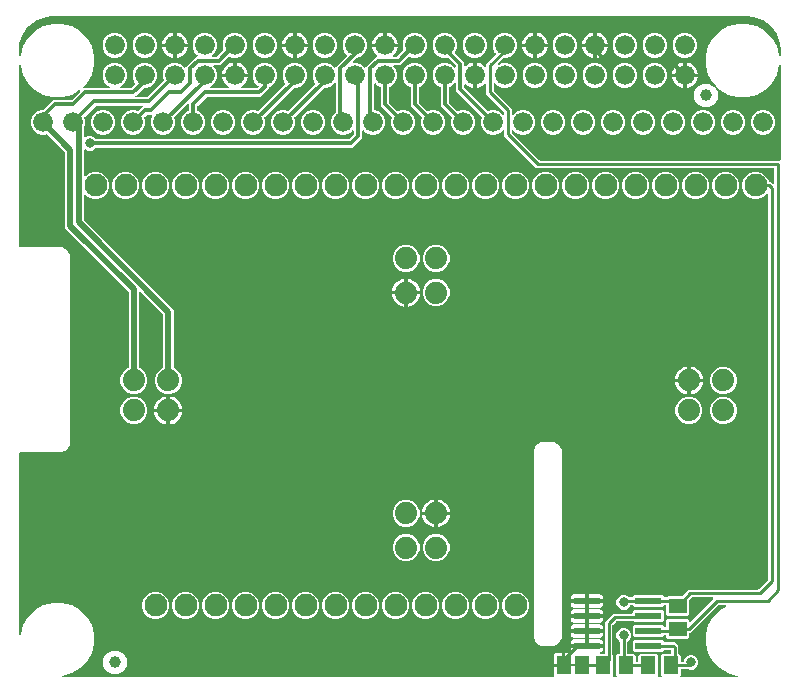
<source format=gtl>
G04 EAGLE Gerber X2 export*
G75*
%MOMM*%
%FSLAX34Y34*%
%LPD*%
%AMOC8*
5,1,8,0,0,1.08239X$1,22.5*%
G01*
%ADD10C,1.676400*%
%ADD11R,2.200000X0.600000*%
%ADD12R,1.300000X1.500000*%
%ADD13R,1.500000X1.300000*%
%ADD14R,1.168400X1.600200*%
%ADD15R,0.635000X0.203200*%
%ADD16C,1.000000*%
%ADD17C,1.879600*%
%ADD18C,1.930400*%
%ADD19C,0.304800*%
%ADD20C,0.508000*%
%ADD21C,0.254000*%
%ADD22C,0.800100*%

G36*
X454796Y2556D02*
X454796Y2556D01*
X454891Y2565D01*
X454917Y2576D01*
X454945Y2580D01*
X455029Y2625D01*
X455116Y2663D01*
X455137Y2682D01*
X455162Y2696D01*
X455227Y2765D01*
X455298Y2829D01*
X455312Y2853D01*
X455331Y2874D01*
X455372Y2961D01*
X455418Y3044D01*
X455423Y3071D01*
X455435Y3097D01*
X455445Y3192D01*
X455463Y3286D01*
X455459Y3313D01*
X455462Y3341D01*
X455442Y3435D01*
X455428Y3529D01*
X455414Y3561D01*
X455410Y3582D01*
X455393Y3610D01*
X455361Y3683D01*
X455340Y3718D01*
X455167Y4365D01*
X455167Y11177D01*
X462788Y11177D01*
X462808Y11180D01*
X462827Y11178D01*
X462929Y11200D01*
X463031Y11217D01*
X463048Y11226D01*
X463068Y11230D01*
X463157Y11283D01*
X463248Y11332D01*
X463262Y11346D01*
X463279Y11356D01*
X463346Y11435D01*
X463417Y11510D01*
X463426Y11528D01*
X463439Y11543D01*
X463478Y11639D01*
X463521Y11733D01*
X463523Y11753D01*
X463531Y11771D01*
X463549Y11938D01*
X463549Y12701D01*
X464312Y12701D01*
X464332Y12704D01*
X464351Y12702D01*
X464453Y12724D01*
X464555Y12741D01*
X464572Y12750D01*
X464592Y12754D01*
X464681Y12807D01*
X464772Y12856D01*
X464786Y12870D01*
X464803Y12880D01*
X464870Y12959D01*
X464941Y13034D01*
X464950Y13052D01*
X464963Y13067D01*
X465002Y13163D01*
X465045Y13257D01*
X465047Y13277D01*
X465055Y13295D01*
X465073Y13462D01*
X465073Y23242D01*
X469807Y23242D01*
X469878Y23253D01*
X469950Y23255D01*
X469999Y23273D01*
X470050Y23281D01*
X470113Y23315D01*
X470181Y23340D01*
X470221Y23372D01*
X470267Y23397D01*
X470317Y23449D01*
X470373Y23493D01*
X470401Y23537D01*
X470437Y23575D01*
X470467Y23640D01*
X470506Y23700D01*
X470519Y23751D01*
X470540Y23798D01*
X470548Y23869D01*
X470566Y23939D01*
X470562Y23991D01*
X470568Y24042D01*
X470552Y24113D01*
X470547Y24184D01*
X470526Y24232D01*
X470515Y24283D01*
X470478Y24344D01*
X470450Y24410D01*
X470406Y24466D01*
X470389Y24494D01*
X470371Y24509D01*
X470346Y24541D01*
X470237Y24650D01*
X469902Y25229D01*
X469729Y25876D01*
X469729Y27711D01*
X482532Y27711D01*
X482551Y27714D01*
X482571Y27712D01*
X482673Y27734D01*
X482775Y27750D01*
X482792Y27760D01*
X482812Y27764D01*
X482901Y27817D01*
X482992Y27866D01*
X483006Y27880D01*
X483023Y27890D01*
X483090Y27969D01*
X483161Y28044D01*
X483170Y28062D01*
X483183Y28077D01*
X483221Y28173D01*
X483265Y28267D01*
X483267Y28287D01*
X483274Y28305D01*
X483287Y28229D01*
X483296Y28212D01*
X483300Y28192D01*
X483353Y28103D01*
X483402Y28012D01*
X483416Y27998D01*
X483426Y27981D01*
X483505Y27914D01*
X483580Y27842D01*
X483598Y27834D01*
X483613Y27821D01*
X483710Y27782D01*
X483803Y27739D01*
X483823Y27737D01*
X483841Y27729D01*
X484008Y27711D01*
X496811Y27711D01*
X496811Y25876D01*
X496638Y25229D01*
X496303Y24650D01*
X495830Y24177D01*
X495251Y23842D01*
X494828Y23729D01*
X494807Y23719D01*
X494783Y23715D01*
X494695Y23669D01*
X494604Y23628D01*
X494587Y23612D01*
X494565Y23600D01*
X494497Y23529D01*
X494424Y23461D01*
X494413Y23440D01*
X494396Y23422D01*
X494354Y23332D01*
X494307Y23245D01*
X494303Y23221D01*
X494292Y23199D01*
X494281Y23100D01*
X494264Y23002D01*
X494268Y22978D01*
X494265Y22955D01*
X494286Y22858D01*
X494301Y22759D01*
X494312Y22738D01*
X494318Y22714D01*
X494368Y22629D01*
X494414Y22540D01*
X494431Y22524D01*
X494444Y22503D01*
X494519Y22438D01*
X494591Y22369D01*
X494612Y22359D01*
X494631Y22343D01*
X494723Y22306D01*
X494813Y22263D01*
X494836Y22260D01*
X494859Y22251D01*
X495025Y22233D01*
X497586Y22233D01*
X497606Y22236D01*
X497625Y22234D01*
X497727Y22256D01*
X497829Y22272D01*
X497846Y22282D01*
X497866Y22286D01*
X497955Y22339D01*
X498046Y22388D01*
X498060Y22402D01*
X498077Y22412D01*
X498144Y22491D01*
X498216Y22566D01*
X498224Y22584D01*
X498237Y22599D01*
X498276Y22695D01*
X498319Y22789D01*
X498321Y22809D01*
X498329Y22827D01*
X498347Y22994D01*
X498347Y49628D01*
X505362Y56643D01*
X521476Y56643D01*
X521496Y56646D01*
X521515Y56644D01*
X521617Y56666D01*
X521719Y56682D01*
X521736Y56692D01*
X521756Y56696D01*
X521845Y56749D01*
X521936Y56798D01*
X521950Y56812D01*
X521967Y56822D01*
X522034Y56901D01*
X522106Y56976D01*
X522114Y56994D01*
X522127Y57009D01*
X522166Y57105D01*
X522209Y57199D01*
X522211Y57219D01*
X522219Y57237D01*
X522237Y57404D01*
X522237Y58452D01*
X523428Y59643D01*
X547112Y59643D01*
X548303Y58452D01*
X548303Y50768D01*
X547112Y49577D01*
X523428Y49577D01*
X523191Y49814D01*
X523117Y49867D01*
X523048Y49927D01*
X523017Y49939D01*
X522991Y49958D01*
X522904Y49985D01*
X522819Y50019D01*
X522778Y50023D01*
X522756Y50030D01*
X522724Y50029D01*
X522653Y50037D01*
X508413Y50037D01*
X508323Y50023D01*
X508232Y50015D01*
X508203Y50003D01*
X508171Y49998D01*
X508090Y49955D01*
X508006Y49919D01*
X507974Y49893D01*
X507953Y49882D01*
X507931Y49859D01*
X507875Y49814D01*
X505176Y47115D01*
X505123Y47041D01*
X505063Y46972D01*
X505051Y46941D01*
X505032Y46915D01*
X505005Y46828D01*
X504971Y46743D01*
X504967Y46702D01*
X504960Y46680D01*
X504961Y46648D01*
X504953Y46577D01*
X504953Y22167D01*
X504967Y22077D01*
X504975Y21986D01*
X504987Y21957D01*
X504992Y21925D01*
X505035Y21844D01*
X505071Y21760D01*
X505097Y21728D01*
X505108Y21707D01*
X505131Y21685D01*
X505176Y21629D01*
X505763Y21042D01*
X505763Y4358D01*
X505245Y3840D01*
X505203Y3782D01*
X505154Y3730D01*
X505132Y3683D01*
X505101Y3641D01*
X505080Y3572D01*
X505050Y3507D01*
X505044Y3455D01*
X505029Y3405D01*
X505031Y3334D01*
X505023Y3263D01*
X505034Y3212D01*
X505035Y3160D01*
X505060Y3092D01*
X505075Y3022D01*
X505102Y2977D01*
X505120Y2929D01*
X505165Y2873D01*
X505201Y2811D01*
X505241Y2777D01*
X505274Y2737D01*
X505334Y2698D01*
X505388Y2651D01*
X505437Y2632D01*
X505481Y2604D01*
X505550Y2586D01*
X505617Y2559D01*
X505688Y2551D01*
X505719Y2543D01*
X505742Y2545D01*
X505783Y2541D01*
X507677Y2541D01*
X507747Y2552D01*
X507819Y2554D01*
X507868Y2572D01*
X507919Y2580D01*
X507983Y2614D01*
X508050Y2639D01*
X508091Y2671D01*
X508137Y2696D01*
X508186Y2748D01*
X508242Y2792D01*
X508270Y2836D01*
X508306Y2874D01*
X508336Y2939D01*
X508375Y2999D01*
X508388Y3050D01*
X508410Y3097D01*
X508418Y3168D01*
X508435Y3238D01*
X508431Y3290D01*
X508437Y3341D01*
X508422Y3412D01*
X508416Y3483D01*
X508396Y3531D01*
X508385Y3582D01*
X508348Y3643D01*
X508320Y3709D01*
X508275Y3765D01*
X508259Y3793D01*
X508241Y3808D01*
X508215Y3840D01*
X507697Y4358D01*
X507697Y21042D01*
X508888Y22233D01*
X510286Y22233D01*
X510306Y22236D01*
X510325Y22234D01*
X510427Y22256D01*
X510529Y22272D01*
X510546Y22282D01*
X510566Y22286D01*
X510655Y22339D01*
X510746Y22388D01*
X510760Y22402D01*
X510777Y22412D01*
X510844Y22491D01*
X510916Y22566D01*
X510924Y22584D01*
X510937Y22599D01*
X510976Y22695D01*
X511019Y22789D01*
X511021Y22809D01*
X511029Y22827D01*
X511047Y22994D01*
X511047Y32555D01*
X511033Y32645D01*
X511025Y32736D01*
X511013Y32766D01*
X511008Y32798D01*
X510965Y32879D01*
X510929Y32962D01*
X510903Y32995D01*
X510892Y33015D01*
X510869Y33037D01*
X510824Y33093D01*
X509235Y34682D01*
X508317Y36900D01*
X508317Y39300D01*
X509235Y41518D01*
X510932Y43215D01*
X513150Y44133D01*
X515550Y44133D01*
X517768Y43215D01*
X519465Y41518D01*
X520383Y39300D01*
X520383Y36900D01*
X519465Y34682D01*
X517876Y33093D01*
X517823Y33019D01*
X517763Y32950D01*
X517751Y32920D01*
X517732Y32894D01*
X517705Y32807D01*
X517671Y32722D01*
X517667Y32681D01*
X517660Y32659D01*
X517661Y32626D01*
X517653Y32555D01*
X517653Y22994D01*
X517656Y22974D01*
X517654Y22955D01*
X517676Y22853D01*
X517692Y22751D01*
X517702Y22734D01*
X517706Y22714D01*
X517759Y22625D01*
X517808Y22534D01*
X517822Y22520D01*
X517832Y22503D01*
X517911Y22436D01*
X517986Y22364D01*
X518004Y22356D01*
X518019Y22343D01*
X518115Y22304D01*
X518209Y22261D01*
X518229Y22259D01*
X518247Y22251D01*
X518414Y22233D01*
X523572Y22233D01*
X524763Y21042D01*
X524763Y16764D01*
X524766Y16744D01*
X524764Y16725D01*
X524786Y16623D01*
X524802Y16521D01*
X524812Y16504D01*
X524816Y16484D01*
X524869Y16395D01*
X524918Y16304D01*
X524932Y16290D01*
X524942Y16273D01*
X525021Y16206D01*
X525096Y16134D01*
X525114Y16126D01*
X525129Y16113D01*
X525225Y16074D01*
X525319Y16031D01*
X525339Y16029D01*
X525357Y16021D01*
X525524Y16003D01*
X526036Y16003D01*
X526056Y16006D01*
X526075Y16004D01*
X526177Y16026D01*
X526279Y16042D01*
X526296Y16052D01*
X526316Y16056D01*
X526405Y16109D01*
X526496Y16158D01*
X526510Y16172D01*
X526527Y16182D01*
X526594Y16261D01*
X526666Y16336D01*
X526674Y16354D01*
X526687Y16369D01*
X526726Y16465D01*
X526769Y16559D01*
X526771Y16579D01*
X526779Y16597D01*
X526797Y16764D01*
X526797Y21042D01*
X527988Y22233D01*
X542672Y22233D01*
X543863Y21042D01*
X543863Y4358D01*
X543345Y3840D01*
X543303Y3782D01*
X543254Y3730D01*
X543232Y3683D01*
X543201Y3641D01*
X543180Y3572D01*
X543150Y3507D01*
X543144Y3455D01*
X543129Y3405D01*
X543131Y3334D01*
X543123Y3263D01*
X543134Y3212D01*
X543135Y3160D01*
X543160Y3092D01*
X543175Y3022D01*
X543202Y2977D01*
X543220Y2929D01*
X543265Y2873D01*
X543301Y2811D01*
X543341Y2777D01*
X543374Y2737D01*
X543434Y2698D01*
X543488Y2651D01*
X543537Y2632D01*
X543581Y2604D01*
X543650Y2586D01*
X543717Y2559D01*
X543788Y2551D01*
X543819Y2543D01*
X543842Y2545D01*
X543883Y2541D01*
X545777Y2541D01*
X545847Y2552D01*
X545919Y2554D01*
X545968Y2572D01*
X546019Y2580D01*
X546083Y2614D01*
X546150Y2639D01*
X546191Y2671D01*
X546237Y2696D01*
X546286Y2748D01*
X546342Y2792D01*
X546370Y2836D01*
X546406Y2874D01*
X546436Y2939D01*
X546475Y2999D01*
X546488Y3050D01*
X546510Y3097D01*
X546518Y3168D01*
X546535Y3238D01*
X546531Y3290D01*
X546537Y3341D01*
X546522Y3412D01*
X546516Y3483D01*
X546496Y3531D01*
X546485Y3582D01*
X546448Y3643D01*
X546420Y3709D01*
X546375Y3765D01*
X546359Y3793D01*
X546341Y3808D01*
X546315Y3840D01*
X545797Y4358D01*
X545797Y21042D01*
X546988Y22233D01*
X553466Y22233D01*
X553486Y22236D01*
X553505Y22234D01*
X553607Y22256D01*
X553709Y22272D01*
X553726Y22282D01*
X553746Y22286D01*
X553835Y22339D01*
X553926Y22388D01*
X553940Y22402D01*
X553957Y22412D01*
X554024Y22491D01*
X554096Y22566D01*
X554104Y22584D01*
X554117Y22599D01*
X554156Y22695D01*
X554199Y22789D01*
X554201Y22809D01*
X554209Y22827D01*
X554227Y22994D01*
X554227Y25146D01*
X554224Y25166D01*
X554226Y25185D01*
X554204Y25287D01*
X554188Y25389D01*
X554178Y25406D01*
X554174Y25426D01*
X554121Y25515D01*
X554072Y25606D01*
X554058Y25620D01*
X554048Y25637D01*
X553969Y25704D01*
X553894Y25776D01*
X553876Y25784D01*
X553861Y25797D01*
X553765Y25836D01*
X553671Y25879D01*
X553651Y25881D01*
X553633Y25889D01*
X553466Y25907D01*
X549064Y25907D01*
X549044Y25904D01*
X549025Y25906D01*
X548923Y25884D01*
X548821Y25868D01*
X548804Y25858D01*
X548784Y25854D01*
X548695Y25801D01*
X548604Y25752D01*
X548590Y25738D01*
X548573Y25728D01*
X548506Y25649D01*
X548434Y25574D01*
X548426Y25556D01*
X548413Y25541D01*
X548374Y25445D01*
X548370Y25435D01*
X547112Y24177D01*
X523428Y24177D01*
X522237Y25368D01*
X522237Y33052D01*
X523428Y34243D01*
X547112Y34243D01*
X548355Y33000D01*
X548356Y32994D01*
X548409Y32905D01*
X548458Y32814D01*
X548472Y32800D01*
X548482Y32783D01*
X548561Y32716D01*
X548636Y32644D01*
X548654Y32636D01*
X548669Y32623D01*
X548765Y32584D01*
X548859Y32541D01*
X548879Y32539D01*
X548897Y32531D01*
X549064Y32513D01*
X557628Y32513D01*
X560833Y29308D01*
X560833Y22994D01*
X560836Y22974D01*
X560834Y22955D01*
X560856Y22853D01*
X560872Y22751D01*
X560882Y22734D01*
X560886Y22714D01*
X560939Y22625D01*
X560988Y22534D01*
X561002Y22520D01*
X561012Y22503D01*
X561091Y22436D01*
X561166Y22364D01*
X561184Y22356D01*
X561199Y22343D01*
X561295Y22304D01*
X561389Y22261D01*
X561409Y22259D01*
X561427Y22251D01*
X561594Y22233D01*
X561672Y22233D01*
X562863Y21042D01*
X562863Y16764D01*
X562866Y16744D01*
X562864Y16725D01*
X562886Y16623D01*
X562902Y16521D01*
X562912Y16504D01*
X562916Y16484D01*
X562969Y16395D01*
X563018Y16304D01*
X563032Y16290D01*
X563042Y16273D01*
X563121Y16206D01*
X563196Y16134D01*
X563214Y16126D01*
X563229Y16113D01*
X563325Y16074D01*
X563419Y16031D01*
X563439Y16029D01*
X563457Y16021D01*
X563624Y16003D01*
X564777Y16003D01*
X564892Y16022D01*
X565008Y16039D01*
X565014Y16041D01*
X565020Y16042D01*
X565122Y16097D01*
X565227Y16150D01*
X565232Y16155D01*
X565237Y16158D01*
X565317Y16242D01*
X565399Y16326D01*
X565403Y16332D01*
X565406Y16336D01*
X565414Y16353D01*
X565480Y16473D01*
X566385Y18658D01*
X568082Y20355D01*
X570300Y21273D01*
X572700Y21273D01*
X574918Y20355D01*
X576615Y18658D01*
X577533Y16440D01*
X577533Y14040D01*
X576615Y11822D01*
X574918Y10125D01*
X572700Y9207D01*
X570300Y9207D01*
X569980Y9339D01*
X569916Y9354D01*
X569855Y9379D01*
X569773Y9388D01*
X569740Y9395D01*
X569721Y9394D01*
X569689Y9397D01*
X563624Y9397D01*
X563604Y9394D01*
X563585Y9396D01*
X563483Y9374D01*
X563381Y9358D01*
X563364Y9348D01*
X563344Y9344D01*
X563255Y9291D01*
X563164Y9242D01*
X563150Y9228D01*
X563133Y9218D01*
X563066Y9139D01*
X562994Y9064D01*
X562986Y9046D01*
X562973Y9031D01*
X562934Y8935D01*
X562891Y8841D01*
X562889Y8821D01*
X562881Y8803D01*
X562863Y8636D01*
X562863Y4358D01*
X562345Y3840D01*
X562303Y3782D01*
X562254Y3730D01*
X562232Y3683D01*
X562201Y3641D01*
X562180Y3572D01*
X562150Y3507D01*
X562144Y3455D01*
X562129Y3405D01*
X562131Y3334D01*
X562123Y3263D01*
X562134Y3212D01*
X562135Y3160D01*
X562160Y3092D01*
X562175Y3022D01*
X562202Y2977D01*
X562220Y2929D01*
X562265Y2873D01*
X562301Y2811D01*
X562341Y2777D01*
X562374Y2737D01*
X562434Y2698D01*
X562488Y2651D01*
X562537Y2632D01*
X562581Y2604D01*
X562650Y2586D01*
X562717Y2559D01*
X562788Y2551D01*
X562819Y2543D01*
X562842Y2545D01*
X562883Y2541D01*
X610580Y2541D01*
X610604Y2545D01*
X610628Y2542D01*
X610725Y2564D01*
X610823Y2580D01*
X610844Y2592D01*
X610867Y2597D01*
X610952Y2649D01*
X611040Y2696D01*
X611057Y2713D01*
X611077Y2726D01*
X611141Y2802D01*
X611209Y2874D01*
X611219Y2896D01*
X611235Y2914D01*
X611271Y3007D01*
X611313Y3097D01*
X611316Y3121D01*
X611324Y3143D01*
X611329Y3243D01*
X611340Y3341D01*
X611335Y3365D01*
X611336Y3389D01*
X611309Y3485D01*
X611288Y3582D01*
X611275Y3602D01*
X611269Y3626D01*
X611213Y3708D01*
X611162Y3793D01*
X611143Y3809D01*
X611130Y3828D01*
X611050Y3888D01*
X610975Y3953D01*
X610952Y3962D01*
X610933Y3976D01*
X610777Y4037D01*
X603034Y6112D01*
X595965Y10193D01*
X590193Y15965D01*
X586112Y23034D01*
X583999Y30919D01*
X583999Y39081D01*
X586112Y46966D01*
X590193Y54035D01*
X595965Y59807D01*
X600780Y62587D01*
X600817Y62617D01*
X600860Y62640D01*
X600912Y62695D01*
X600971Y62743D01*
X600996Y62783D01*
X601029Y62818D01*
X601061Y62887D01*
X601101Y62951D01*
X601113Y62998D01*
X601133Y63041D01*
X601141Y63116D01*
X601159Y63190D01*
X601155Y63238D01*
X601160Y63285D01*
X601144Y63360D01*
X601137Y63435D01*
X601118Y63479D01*
X601108Y63526D01*
X601069Y63591D01*
X601038Y63660D01*
X601006Y63696D01*
X600981Y63737D01*
X600924Y63786D01*
X600873Y63842D01*
X600831Y63866D01*
X600794Y63897D01*
X600724Y63925D01*
X600658Y63962D01*
X600611Y63971D01*
X600566Y63989D01*
X600438Y64003D01*
X600416Y64007D01*
X600410Y64006D01*
X600400Y64007D01*
X594773Y64007D01*
X594683Y63993D01*
X594592Y63985D01*
X594563Y63973D01*
X594531Y63968D01*
X594450Y63925D01*
X594366Y63889D01*
X594334Y63863D01*
X594313Y63852D01*
X594291Y63829D01*
X594235Y63784D01*
X570988Y40537D01*
X570364Y40537D01*
X570344Y40534D01*
X570325Y40536D01*
X570223Y40514D01*
X570121Y40498D01*
X570104Y40488D01*
X570084Y40484D01*
X569995Y40431D01*
X569904Y40382D01*
X569890Y40368D01*
X569873Y40358D01*
X569806Y40279D01*
X569734Y40204D01*
X569726Y40186D01*
X569713Y40171D01*
X569674Y40075D01*
X569631Y39981D01*
X569629Y39961D01*
X569621Y39943D01*
X569603Y39776D01*
X569603Y36498D01*
X568412Y35307D01*
X551728Y35307D01*
X550537Y36498D01*
X550537Y37846D01*
X550534Y37866D01*
X550536Y37885D01*
X550514Y37987D01*
X550498Y38089D01*
X550488Y38106D01*
X550484Y38126D01*
X550431Y38215D01*
X550382Y38306D01*
X550368Y38320D01*
X550358Y38337D01*
X550279Y38404D01*
X550204Y38476D01*
X550186Y38484D01*
X550171Y38497D01*
X550075Y38536D01*
X549981Y38579D01*
X549961Y38581D01*
X549943Y38589D01*
X549776Y38607D01*
X549064Y38607D01*
X549044Y38604D01*
X549025Y38606D01*
X548923Y38584D01*
X548821Y38568D01*
X548804Y38558D01*
X548784Y38554D01*
X548695Y38501D01*
X548604Y38452D01*
X548590Y38438D01*
X548573Y38428D01*
X548506Y38349D01*
X548434Y38274D01*
X548426Y38256D01*
X548413Y38241D01*
X548374Y38145D01*
X548370Y38135D01*
X547112Y36877D01*
X523428Y36877D01*
X522237Y38068D01*
X522237Y45752D01*
X523428Y46943D01*
X547112Y46943D01*
X548355Y45700D01*
X548356Y45694D01*
X548409Y45605D01*
X548458Y45514D01*
X548472Y45500D01*
X548482Y45483D01*
X548561Y45416D01*
X548636Y45344D01*
X548654Y45336D01*
X548669Y45323D01*
X548765Y45284D01*
X548859Y45241D01*
X548879Y45239D01*
X548897Y45231D01*
X549064Y45213D01*
X549776Y45213D01*
X549796Y45216D01*
X549815Y45214D01*
X549917Y45236D01*
X550019Y45252D01*
X550036Y45262D01*
X550056Y45266D01*
X550145Y45319D01*
X550236Y45368D01*
X550250Y45382D01*
X550267Y45392D01*
X550334Y45471D01*
X550406Y45546D01*
X550414Y45564D01*
X550427Y45579D01*
X550466Y45675D01*
X550509Y45769D01*
X550511Y45789D01*
X550519Y45807D01*
X550537Y45974D01*
X550537Y51182D01*
X551728Y52373D01*
X568412Y52373D01*
X569603Y51182D01*
X569603Y50331D01*
X569614Y50261D01*
X569616Y50189D01*
X569634Y50140D01*
X569642Y50089D01*
X569676Y50025D01*
X569701Y49958D01*
X569733Y49917D01*
X569758Y49871D01*
X569810Y49822D01*
X569854Y49766D01*
X569898Y49738D01*
X569936Y49702D01*
X570001Y49672D01*
X570061Y49633D01*
X570112Y49620D01*
X570159Y49598D01*
X570230Y49590D01*
X570300Y49573D01*
X570352Y49577D01*
X570403Y49571D01*
X570474Y49586D01*
X570545Y49592D01*
X570593Y49612D01*
X570644Y49623D01*
X570705Y49660D01*
X570771Y49688D01*
X570827Y49733D01*
X570855Y49750D01*
X570870Y49767D01*
X570902Y49793D01*
X589564Y68455D01*
X590167Y69058D01*
X590209Y69116D01*
X590258Y69168D01*
X590280Y69215D01*
X590311Y69257D01*
X590332Y69326D01*
X590362Y69391D01*
X590368Y69443D01*
X590383Y69493D01*
X590381Y69564D01*
X590389Y69635D01*
X590378Y69686D01*
X590377Y69738D01*
X590352Y69806D01*
X590337Y69876D01*
X590310Y69921D01*
X590292Y69969D01*
X590247Y70025D01*
X590210Y70087D01*
X590171Y70121D01*
X590138Y70161D01*
X590078Y70200D01*
X590024Y70247D01*
X589975Y70266D01*
X589931Y70294D01*
X589862Y70312D01*
X589795Y70339D01*
X589724Y70347D01*
X589693Y70355D01*
X589670Y70353D01*
X589629Y70357D01*
X572573Y70357D01*
X572483Y70343D01*
X572392Y70335D01*
X572363Y70323D01*
X572331Y70318D01*
X572250Y70275D01*
X572166Y70239D01*
X572134Y70213D01*
X572113Y70202D01*
X572091Y70179D01*
X572035Y70134D01*
X569826Y67925D01*
X569773Y67851D01*
X569713Y67782D01*
X569701Y67751D01*
X569682Y67725D01*
X569655Y67638D01*
X569621Y67553D01*
X569617Y67512D01*
X569610Y67490D01*
X569611Y67458D01*
X569603Y67387D01*
X569603Y55498D01*
X568412Y54307D01*
X551728Y54307D01*
X550537Y55498D01*
X550537Y63246D01*
X550534Y63266D01*
X550536Y63285D01*
X550514Y63387D01*
X550498Y63489D01*
X550488Y63506D01*
X550484Y63526D01*
X550431Y63615D01*
X550382Y63706D01*
X550368Y63720D01*
X550358Y63737D01*
X550279Y63804D01*
X550204Y63876D01*
X550186Y63884D01*
X550171Y63897D01*
X550075Y63936D01*
X549981Y63979D01*
X549961Y63981D01*
X549943Y63989D01*
X549776Y64007D01*
X549064Y64007D01*
X549044Y64004D01*
X549025Y64006D01*
X548923Y63984D01*
X548821Y63968D01*
X548804Y63958D01*
X548784Y63954D01*
X548695Y63901D01*
X548604Y63852D01*
X548590Y63838D01*
X548573Y63828D01*
X548506Y63749D01*
X548434Y63674D01*
X548426Y63656D01*
X548413Y63641D01*
X548374Y63545D01*
X548370Y63535D01*
X547112Y62277D01*
X523428Y62277D01*
X522185Y63520D01*
X522184Y63526D01*
X522131Y63615D01*
X522082Y63706D01*
X522068Y63720D01*
X522058Y63737D01*
X521979Y63804D01*
X521904Y63876D01*
X521886Y63884D01*
X521871Y63897D01*
X521775Y63936D01*
X521681Y63979D01*
X521661Y63981D01*
X521643Y63989D01*
X521476Y64007D01*
X520547Y64007D01*
X520432Y63988D01*
X520316Y63971D01*
X520310Y63969D01*
X520304Y63968D01*
X520202Y63913D01*
X520097Y63860D01*
X520092Y63855D01*
X520087Y63852D01*
X520007Y63768D01*
X519925Y63684D01*
X519921Y63678D01*
X519917Y63674D01*
X519910Y63657D01*
X519844Y63537D01*
X519465Y62622D01*
X517768Y60925D01*
X515550Y60007D01*
X513150Y60007D01*
X510932Y60925D01*
X509235Y62622D01*
X508317Y64840D01*
X508317Y67240D01*
X509235Y69458D01*
X510932Y71155D01*
X513150Y72073D01*
X515550Y72073D01*
X517768Y71155D01*
X518087Y70836D01*
X518161Y70783D01*
X518230Y70723D01*
X518260Y70711D01*
X518286Y70692D01*
X518373Y70665D01*
X518458Y70631D01*
X518499Y70627D01*
X518521Y70620D01*
X518554Y70621D01*
X518625Y70613D01*
X521476Y70613D01*
X521496Y70616D01*
X521515Y70614D01*
X521617Y70636D01*
X521719Y70652D01*
X521736Y70662D01*
X521756Y70666D01*
X521845Y70719D01*
X521936Y70768D01*
X521950Y70782D01*
X521967Y70792D01*
X522034Y70871D01*
X522106Y70946D01*
X522114Y70964D01*
X522127Y70979D01*
X522166Y71075D01*
X522170Y71085D01*
X523428Y72343D01*
X547112Y72343D01*
X548355Y71100D01*
X548356Y71094D01*
X548409Y71005D01*
X548458Y70914D01*
X548472Y70900D01*
X548482Y70883D01*
X548561Y70816D01*
X548636Y70744D01*
X548654Y70736D01*
X548669Y70723D01*
X548765Y70684D01*
X548859Y70641D01*
X548879Y70639D01*
X548897Y70631D01*
X549064Y70613D01*
X550653Y70613D01*
X550743Y70627D01*
X550834Y70635D01*
X550863Y70647D01*
X550895Y70652D01*
X550976Y70695D01*
X551060Y70731D01*
X551092Y70757D01*
X551113Y70768D01*
X551135Y70791D01*
X551191Y70836D01*
X551728Y71373D01*
X563617Y71373D01*
X563707Y71387D01*
X563798Y71395D01*
X563827Y71407D01*
X563859Y71412D01*
X563940Y71455D01*
X564024Y71491D01*
X564056Y71517D01*
X564077Y71528D01*
X564099Y71551D01*
X564155Y71596D01*
X569522Y76963D01*
X628237Y76963D01*
X628327Y76977D01*
X628418Y76985D01*
X628447Y76997D01*
X628479Y77002D01*
X628560Y77045D01*
X628644Y77081D01*
X628676Y77107D01*
X628697Y77118D01*
X628719Y77141D01*
X628775Y77186D01*
X636554Y84965D01*
X636607Y85039D01*
X636667Y85108D01*
X636679Y85139D01*
X636698Y85165D01*
X636725Y85252D01*
X636747Y85307D01*
X636749Y85312D01*
X636749Y85313D01*
X636759Y85337D01*
X636763Y85378D01*
X636770Y85400D01*
X636769Y85432D01*
X636777Y85503D01*
X636777Y411405D01*
X636766Y411475D01*
X636764Y411547D01*
X636746Y411596D01*
X636738Y411648D01*
X636704Y411711D01*
X636679Y411778D01*
X636647Y411819D01*
X636622Y411865D01*
X636570Y411914D01*
X636526Y411970D01*
X636482Y411998D01*
X636444Y412034D01*
X636379Y412064D01*
X636319Y412103D01*
X636268Y412116D01*
X636221Y412138D01*
X636150Y412146D01*
X636080Y412163D01*
X636028Y412159D01*
X635977Y412165D01*
X635906Y412150D01*
X635835Y412144D01*
X635787Y412124D01*
X635736Y412113D01*
X635675Y412076D01*
X635609Y412048D01*
X635553Y412003D01*
X635525Y411987D01*
X635510Y411969D01*
X635478Y411943D01*
X632729Y409194D01*
X628434Y407415D01*
X623786Y407415D01*
X619491Y409194D01*
X616204Y412481D01*
X614425Y416776D01*
X614425Y421424D01*
X616204Y425719D01*
X619491Y429006D01*
X623786Y430785D01*
X628434Y430785D01*
X632729Y429006D01*
X636016Y425719D01*
X637195Y422873D01*
X637256Y422773D01*
X637316Y422673D01*
X637321Y422669D01*
X637324Y422664D01*
X637414Y422589D01*
X637503Y422513D01*
X637509Y422511D01*
X637514Y422507D01*
X637622Y422465D01*
X637731Y422421D01*
X637739Y422420D01*
X637743Y422419D01*
X637762Y422418D01*
X637898Y422403D01*
X638908Y422403D01*
X640558Y420753D01*
X640616Y420711D01*
X640668Y420662D01*
X640715Y420640D01*
X640757Y420609D01*
X640826Y420588D01*
X640891Y420558D01*
X640943Y420552D01*
X640993Y420537D01*
X641064Y420539D01*
X641135Y420531D01*
X641186Y420542D01*
X641238Y420543D01*
X641306Y420568D01*
X641376Y420583D01*
X641421Y420610D01*
X641469Y420628D01*
X641525Y420673D01*
X641587Y420710D01*
X641621Y420749D01*
X641661Y420782D01*
X641700Y420842D01*
X641747Y420896D01*
X641766Y420945D01*
X641794Y420989D01*
X641812Y421058D01*
X641839Y421125D01*
X641847Y421196D01*
X641855Y421227D01*
X641853Y421250D01*
X641857Y421291D01*
X641857Y432816D01*
X641854Y432836D01*
X641856Y432855D01*
X641834Y432957D01*
X641818Y433059D01*
X641808Y433076D01*
X641804Y433096D01*
X641751Y433185D01*
X641702Y433276D01*
X641688Y433290D01*
X641678Y433307D01*
X641599Y433374D01*
X641524Y433446D01*
X641506Y433454D01*
X641491Y433467D01*
X641395Y433506D01*
X641301Y433549D01*
X641281Y433551D01*
X641263Y433559D01*
X641096Y433577D01*
X440592Y433577D01*
X413257Y460912D01*
X413257Y465271D01*
X413246Y465342D01*
X413244Y465413D01*
X413226Y465462D01*
X413218Y465514D01*
X413184Y465577D01*
X413159Y465644D01*
X413127Y465685D01*
X413102Y465731D01*
X413050Y465780D01*
X413006Y465836D01*
X412962Y465864D01*
X412924Y465900D01*
X412859Y465930D01*
X412799Y465969D01*
X412748Y465982D01*
X412701Y466004D01*
X412630Y466012D01*
X412560Y466029D01*
X412508Y466025D01*
X412457Y466031D01*
X412386Y466016D01*
X412315Y466010D01*
X412267Y465990D01*
X412216Y465979D01*
X412155Y465942D01*
X412089Y465914D01*
X412033Y465869D01*
X412005Y465853D01*
X411990Y465835D01*
X411958Y465809D01*
X409760Y463611D01*
X405932Y462025D01*
X401788Y462025D01*
X397960Y463611D01*
X395031Y466540D01*
X393445Y470368D01*
X393445Y474512D01*
X394221Y476384D01*
X394248Y476498D01*
X394276Y476612D01*
X394276Y476618D01*
X394277Y476624D01*
X394266Y476740D01*
X394257Y476857D01*
X394255Y476862D01*
X394254Y476869D01*
X394206Y476976D01*
X394161Y477083D01*
X394156Y477089D01*
X394154Y477093D01*
X394141Y477107D01*
X394056Y477214D01*
X372363Y498907D01*
X372363Y504997D01*
X372362Y505004D01*
X372362Y505005D01*
X372361Y505012D01*
X372352Y505068D01*
X372350Y505139D01*
X372332Y505188D01*
X372324Y505240D01*
X372290Y505303D01*
X372265Y505370D01*
X372233Y505411D01*
X372208Y505457D01*
X372156Y505506D01*
X372112Y505562D01*
X372068Y505590D01*
X372030Y505626D01*
X371965Y505656D01*
X371905Y505695D01*
X371854Y505708D01*
X371807Y505730D01*
X371736Y505738D01*
X371666Y505755D01*
X371614Y505751D01*
X371563Y505757D01*
X371492Y505742D01*
X371421Y505736D01*
X371373Y505716D01*
X371322Y505705D01*
X371261Y505668D01*
X371195Y505640D01*
X371139Y505595D01*
X371111Y505579D01*
X371096Y505561D01*
X371064Y505535D01*
X369000Y503471D01*
X367127Y502695D01*
X367027Y502634D01*
X366927Y502574D01*
X366923Y502569D01*
X366918Y502565D01*
X366843Y502475D01*
X366767Y502387D01*
X366765Y502381D01*
X366761Y502376D01*
X366719Y502268D01*
X366675Y502158D01*
X366674Y502151D01*
X366673Y502146D01*
X366672Y502128D01*
X366657Y501992D01*
X366657Y489589D01*
X366671Y489498D01*
X366679Y489408D01*
X366691Y489378D01*
X366696Y489346D01*
X366739Y489265D01*
X366775Y489181D01*
X366801Y489149D01*
X366812Y489128D01*
X366835Y489106D01*
X366880Y489050D01*
X373686Y482244D01*
X373780Y482176D01*
X373875Y482106D01*
X373881Y482104D01*
X373886Y482100D01*
X373997Y482066D01*
X374109Y482030D01*
X374115Y482030D01*
X374121Y482028D01*
X374238Y482031D01*
X374354Y482032D01*
X374362Y482034D01*
X374367Y482034D01*
X374384Y482041D01*
X374516Y482079D01*
X376388Y482855D01*
X380532Y482855D01*
X384360Y481269D01*
X387289Y478340D01*
X388875Y474512D01*
X388875Y470368D01*
X387289Y466540D01*
X384360Y463611D01*
X380532Y462025D01*
X376388Y462025D01*
X372560Y463611D01*
X369631Y466540D01*
X368045Y470368D01*
X368045Y474512D01*
X368821Y476384D01*
X368848Y476498D01*
X368876Y476612D01*
X368876Y476618D01*
X368877Y476624D01*
X368866Y476740D01*
X368857Y476857D01*
X368855Y476862D01*
X368854Y476869D01*
X368806Y476976D01*
X368761Y477083D01*
X368756Y477089D01*
X368754Y477093D01*
X368741Y477107D01*
X368656Y477214D01*
X359543Y486327D01*
X359543Y501992D01*
X359524Y502107D01*
X359507Y502223D01*
X359505Y502228D01*
X359504Y502235D01*
X359449Y502337D01*
X359396Y502442D01*
X359391Y502446D01*
X359388Y502452D01*
X359304Y502532D01*
X359220Y502614D01*
X359214Y502618D01*
X359210Y502621D01*
X359193Y502629D01*
X359073Y502695D01*
X357200Y503471D01*
X354271Y506400D01*
X352685Y510228D01*
X352685Y514372D01*
X354271Y518200D01*
X357200Y521129D01*
X361028Y522715D01*
X365172Y522715D01*
X369000Y521129D01*
X371064Y519065D01*
X371122Y519023D01*
X371174Y518974D01*
X371221Y518952D01*
X371263Y518921D01*
X371332Y518900D01*
X371397Y518870D01*
X371449Y518864D01*
X371499Y518849D01*
X371570Y518851D01*
X371641Y518843D01*
X371692Y518854D01*
X371744Y518855D01*
X371812Y518880D01*
X371882Y518895D01*
X371927Y518922D01*
X371975Y518940D01*
X372031Y518985D01*
X372093Y519021D01*
X372127Y519061D01*
X372167Y519094D01*
X372206Y519154D01*
X372253Y519208D01*
X372272Y519257D01*
X372300Y519300D01*
X372318Y519370D01*
X372345Y519436D01*
X372353Y519508D01*
X372361Y519539D01*
X372359Y519562D01*
X372363Y519603D01*
X372363Y520181D01*
X372349Y520272D01*
X372341Y520362D01*
X372329Y520392D01*
X372324Y520424D01*
X372302Y520465D01*
X372301Y520471D01*
X372286Y520495D01*
X372281Y520505D01*
X372245Y520589D01*
X372219Y520621D01*
X372208Y520642D01*
X372185Y520663D01*
X372174Y520682D01*
X372163Y520692D01*
X372140Y520720D01*
X365798Y527062D01*
X365724Y527115D01*
X365654Y527175D01*
X365624Y527187D01*
X365598Y527206D01*
X365511Y527233D01*
X365426Y527267D01*
X365385Y527271D01*
X365363Y527278D01*
X365331Y527277D01*
X365259Y527285D01*
X361028Y527285D01*
X357200Y528871D01*
X354271Y531800D01*
X352685Y535628D01*
X352685Y539772D01*
X354271Y543600D01*
X357200Y546529D01*
X361028Y548115D01*
X365172Y548115D01*
X369000Y546529D01*
X371929Y543600D01*
X373515Y539772D01*
X373515Y535628D01*
X371887Y531698D01*
X371860Y531584D01*
X371831Y531471D01*
X371832Y531465D01*
X371831Y531458D01*
X371842Y531342D01*
X371851Y531226D01*
X371853Y531220D01*
X371854Y531214D01*
X371901Y531106D01*
X371947Y530999D01*
X371952Y530993D01*
X371954Y530989D01*
X371966Y530975D01*
X372052Y530868D01*
X379477Y523443D01*
X379477Y520562D01*
X379488Y520491D01*
X379490Y520419D01*
X379508Y520370D01*
X379516Y520319D01*
X379550Y520256D01*
X379575Y520188D01*
X379607Y520147D01*
X379632Y520101D01*
X379683Y520052D01*
X379728Y519996D01*
X379772Y519968D01*
X379810Y519932D01*
X379875Y519902D01*
X379935Y519863D01*
X379986Y519850D01*
X380033Y519828D01*
X380104Y519821D01*
X380174Y519803D01*
X380226Y519807D01*
X380277Y519801D01*
X380348Y519817D01*
X380419Y519822D01*
X380467Y519843D01*
X380518Y519854D01*
X380579Y519890D01*
X380645Y519919D01*
X380701Y519963D01*
X380729Y519980D01*
X380744Y519998D01*
X380776Y520023D01*
X381384Y520631D01*
X382775Y521642D01*
X384307Y522422D01*
X385942Y522954D01*
X386977Y523118D01*
X386977Y513062D01*
X386980Y513042D01*
X386978Y513023D01*
X387000Y512921D01*
X387017Y512819D01*
X387026Y512802D01*
X387030Y512782D01*
X387083Y512693D01*
X387132Y512602D01*
X387146Y512588D01*
X387156Y512571D01*
X387235Y512504D01*
X387310Y512433D01*
X387328Y512424D01*
X387343Y512411D01*
X387439Y512373D01*
X387533Y512329D01*
X387553Y512327D01*
X387571Y512319D01*
X387738Y512301D01*
X389262Y512301D01*
X389282Y512304D01*
X389301Y512302D01*
X389403Y512324D01*
X389505Y512341D01*
X389522Y512350D01*
X389542Y512354D01*
X389631Y512407D01*
X389722Y512456D01*
X389736Y512470D01*
X389753Y512480D01*
X389820Y512559D01*
X389891Y512634D01*
X389900Y512652D01*
X389913Y512667D01*
X389952Y512763D01*
X389995Y512857D01*
X389997Y512877D01*
X390005Y512895D01*
X390023Y513062D01*
X390023Y523118D01*
X391058Y522954D01*
X392693Y522422D01*
X394225Y521642D01*
X395616Y520631D01*
X396718Y519529D01*
X396776Y519487D01*
X396828Y519438D01*
X396875Y519416D01*
X396917Y519386D01*
X396986Y519365D01*
X397051Y519334D01*
X397103Y519329D01*
X397153Y519313D01*
X397224Y519315D01*
X397295Y519307D01*
X397346Y519318D01*
X397398Y519320D01*
X397466Y519344D01*
X397536Y519360D01*
X397581Y519386D01*
X397629Y519404D01*
X397685Y519449D01*
X397747Y519486D01*
X397781Y519525D01*
X397821Y519558D01*
X397860Y519618D01*
X397907Y519673D01*
X397926Y519721D01*
X397954Y519765D01*
X397972Y519834D01*
X397999Y519901D01*
X398007Y519972D01*
X398015Y520003D01*
X398013Y520027D01*
X398017Y520068D01*
X398017Y522068D01*
X405872Y529923D01*
X405884Y529939D01*
X405899Y529951D01*
X405955Y530038D01*
X406016Y530122D01*
X406021Y530142D01*
X406032Y530158D01*
X406057Y530259D01*
X406088Y530358D01*
X406087Y530378D01*
X406092Y530397D01*
X406084Y530500D01*
X406082Y530603D01*
X406075Y530622D01*
X406073Y530642D01*
X406033Y530737D01*
X405997Y530834D01*
X405985Y530850D01*
X405977Y530868D01*
X405872Y530999D01*
X405071Y531800D01*
X403485Y535628D01*
X403485Y539772D01*
X405071Y543600D01*
X408000Y546529D01*
X411828Y548115D01*
X415972Y548115D01*
X419800Y546529D01*
X422729Y543600D01*
X424315Y539772D01*
X424315Y535628D01*
X422729Y531800D01*
X419800Y528871D01*
X415972Y527285D01*
X412891Y527285D01*
X412801Y527271D01*
X412710Y527263D01*
X412681Y527251D01*
X412649Y527246D01*
X412568Y527203D01*
X412484Y527167D01*
X412452Y527141D01*
X412431Y527130D01*
X412409Y527107D01*
X412353Y527062D01*
X408008Y522718D01*
X407952Y522639D01*
X407890Y522564D01*
X407880Y522539D01*
X407865Y522518D01*
X407836Y522425D01*
X407801Y522334D01*
X407800Y522308D01*
X407793Y522283D01*
X407795Y522185D01*
X407791Y522088D01*
X407798Y522063D01*
X407799Y522037D01*
X407832Y521945D01*
X407859Y521852D01*
X407874Y521831D01*
X407883Y521806D01*
X407944Y521730D01*
X408000Y521650D01*
X408021Y521634D01*
X408037Y521614D01*
X408119Y521561D01*
X408197Y521503D01*
X408222Y521495D01*
X408244Y521481D01*
X408338Y521457D01*
X408431Y521427D01*
X408457Y521427D01*
X408483Y521421D01*
X408579Y521428D01*
X408677Y521429D01*
X408708Y521438D01*
X408728Y521440D01*
X408758Y521453D01*
X408838Y521476D01*
X411828Y522715D01*
X415972Y522715D01*
X419800Y521129D01*
X422729Y518200D01*
X424315Y514372D01*
X424315Y510228D01*
X422729Y506400D01*
X419800Y503471D01*
X415972Y501885D01*
X411828Y501885D01*
X408000Y503471D01*
X405922Y505549D01*
X405864Y505591D01*
X405812Y505640D01*
X405765Y505662D01*
X405723Y505693D01*
X405654Y505714D01*
X405589Y505744D01*
X405537Y505750D01*
X405487Y505765D01*
X405416Y505763D01*
X405345Y505771D01*
X405294Y505760D01*
X405242Y505759D01*
X405174Y505734D01*
X405104Y505719D01*
X405059Y505692D01*
X405011Y505674D01*
X404955Y505629D01*
X404893Y505593D01*
X404859Y505553D01*
X404819Y505520D01*
X404780Y505460D01*
X404733Y505406D01*
X404714Y505357D01*
X404686Y505314D01*
X404668Y505244D01*
X404641Y505178D01*
X404633Y505106D01*
X404625Y505075D01*
X404627Y505052D01*
X404623Y505011D01*
X404623Y499523D01*
X404637Y499433D01*
X404645Y499342D01*
X404657Y499313D01*
X404662Y499281D01*
X404705Y499200D01*
X404741Y499116D01*
X404767Y499084D01*
X404778Y499063D01*
X404801Y499041D01*
X404846Y498985D01*
X419863Y483968D01*
X419863Y479609D01*
X419874Y479538D01*
X419876Y479467D01*
X419894Y479418D01*
X419902Y479366D01*
X419936Y479303D01*
X419961Y479236D01*
X419993Y479195D01*
X420018Y479149D01*
X420070Y479100D01*
X420114Y479044D01*
X420158Y479016D01*
X420196Y478980D01*
X420261Y478950D01*
X420321Y478911D01*
X420372Y478898D01*
X420419Y478876D01*
X420490Y478868D01*
X420560Y478851D01*
X420612Y478855D01*
X420663Y478849D01*
X420734Y478864D01*
X420805Y478870D01*
X420853Y478890D01*
X420904Y478901D01*
X420965Y478938D01*
X421031Y478966D01*
X421087Y479011D01*
X421115Y479027D01*
X421130Y479045D01*
X421162Y479071D01*
X423360Y481269D01*
X427188Y482855D01*
X431332Y482855D01*
X435160Y481269D01*
X438089Y478340D01*
X439675Y474512D01*
X439675Y470368D01*
X438089Y466540D01*
X435160Y463611D01*
X431332Y462025D01*
X427188Y462025D01*
X423360Y463611D01*
X421162Y465809D01*
X421104Y465851D01*
X421052Y465900D01*
X421005Y465922D01*
X420963Y465953D01*
X420894Y465974D01*
X420829Y466004D01*
X420777Y466010D01*
X420727Y466025D01*
X420656Y466023D01*
X420585Y466031D01*
X420534Y466020D01*
X420482Y466019D01*
X420414Y465994D01*
X420344Y465979D01*
X420299Y465952D01*
X420251Y465934D01*
X420195Y465889D01*
X420133Y465853D01*
X420099Y465813D01*
X420059Y465780D01*
X420020Y465720D01*
X419973Y465666D01*
X419954Y465617D01*
X419926Y465574D01*
X419908Y465504D01*
X419881Y465438D01*
X419873Y465366D01*
X419865Y465335D01*
X419867Y465312D01*
X419863Y465271D01*
X419863Y463963D01*
X419877Y463873D01*
X419885Y463782D01*
X419897Y463753D01*
X419902Y463721D01*
X419945Y463640D01*
X419981Y463556D01*
X420007Y463524D01*
X420018Y463503D01*
X420041Y463481D01*
X420086Y463425D01*
X443105Y440406D01*
X443179Y440353D01*
X443248Y440293D01*
X443279Y440281D01*
X443305Y440262D01*
X443392Y440235D01*
X443477Y440201D01*
X443518Y440197D01*
X443540Y440190D01*
X443572Y440191D01*
X443643Y440183D01*
X646698Y440183D01*
X646718Y440186D01*
X646737Y440184D01*
X646839Y440206D01*
X646941Y440222D01*
X646958Y440232D01*
X646978Y440236D01*
X647067Y440289D01*
X647158Y440338D01*
X647172Y440352D01*
X647189Y440362D01*
X647256Y440441D01*
X647328Y440516D01*
X647336Y440534D01*
X647349Y440549D01*
X647388Y440645D01*
X647431Y440739D01*
X647433Y440759D01*
X647441Y440777D01*
X647459Y440944D01*
X647459Y520580D01*
X647455Y520604D01*
X647458Y520628D01*
X647436Y520724D01*
X647420Y520823D01*
X647408Y520844D01*
X647403Y520867D01*
X647351Y520952D01*
X647304Y521040D01*
X647287Y521056D01*
X647274Y521077D01*
X647198Y521141D01*
X647126Y521209D01*
X647104Y521219D01*
X647086Y521235D01*
X646993Y521271D01*
X646903Y521313D01*
X646879Y521316D01*
X646857Y521324D01*
X646757Y521329D01*
X646659Y521340D01*
X646635Y521335D01*
X646611Y521336D01*
X646515Y521309D01*
X646418Y521288D01*
X646398Y521275D01*
X646374Y521269D01*
X646292Y521213D01*
X646207Y521162D01*
X646191Y521143D01*
X646172Y521130D01*
X646112Y521050D01*
X646047Y520975D01*
X646038Y520952D01*
X646024Y520933D01*
X645963Y520777D01*
X643888Y513034D01*
X639807Y505965D01*
X634035Y500193D01*
X626966Y496112D01*
X619081Y493999D01*
X610919Y493999D01*
X603034Y496112D01*
X595965Y500193D01*
X592855Y503303D01*
X592836Y503317D01*
X592821Y503336D01*
X592736Y503388D01*
X592656Y503446D01*
X592633Y503454D01*
X592612Y503466D01*
X592516Y503490D01*
X592421Y503519D01*
X592414Y503519D01*
X592414Y503551D01*
X592406Y503574D01*
X592404Y503598D01*
X592365Y503690D01*
X592332Y503783D01*
X592317Y503802D01*
X592308Y503825D01*
X592221Y503932D01*
X592220Y503934D01*
X592219Y503935D01*
X592203Y503955D01*
X590193Y505965D01*
X586112Y513034D01*
X583999Y520919D01*
X583999Y529081D01*
X586112Y536966D01*
X590193Y544035D01*
X595965Y549807D01*
X603034Y553888D01*
X610919Y556001D01*
X619081Y556001D01*
X626966Y553888D01*
X634035Y549807D01*
X639807Y544035D01*
X643888Y536966D01*
X645963Y529223D01*
X645973Y529201D01*
X645977Y529177D01*
X646023Y529090D01*
X646064Y528999D01*
X646080Y528981D01*
X646092Y528960D01*
X646164Y528892D01*
X646231Y528819D01*
X646252Y528807D01*
X646270Y528791D01*
X646360Y528749D01*
X646447Y528701D01*
X646471Y528697D01*
X646493Y528687D01*
X646592Y528676D01*
X646690Y528659D01*
X646714Y528663D01*
X646737Y528660D01*
X646835Y528681D01*
X646933Y528696D01*
X646954Y528707D01*
X646978Y528712D01*
X647063Y528763D01*
X647152Y528809D01*
X647168Y528826D01*
X647189Y528838D01*
X647254Y528914D01*
X647323Y528985D01*
X647333Y529007D01*
X647349Y529025D01*
X647386Y529118D01*
X647429Y529207D01*
X647432Y529231D01*
X647441Y529253D01*
X647459Y529420D01*
X647459Y535000D01*
X647456Y535022D01*
X647457Y535060D01*
X647128Y539236D01*
X647127Y539242D01*
X647127Y539247D01*
X647093Y539412D01*
X644512Y547356D01*
X644496Y547388D01*
X644487Y547422D01*
X644404Y547568D01*
X639494Y554326D01*
X639469Y554351D01*
X639450Y554381D01*
X639326Y554494D01*
X632568Y559404D01*
X632536Y559420D01*
X632509Y559443D01*
X632356Y559512D01*
X624412Y562093D01*
X624406Y562094D01*
X624401Y562097D01*
X624236Y562128D01*
X620060Y562457D01*
X620038Y562455D01*
X620000Y562459D01*
X30000Y562459D01*
X29978Y562456D01*
X29940Y562457D01*
X25764Y562128D01*
X25758Y562127D01*
X25753Y562127D01*
X25588Y562093D01*
X17644Y559512D01*
X17612Y559496D01*
X17578Y559487D01*
X17432Y559404D01*
X10674Y554494D01*
X10649Y554469D01*
X10619Y554450D01*
X10506Y554326D01*
X5596Y547568D01*
X5580Y547536D01*
X5557Y547509D01*
X5488Y547356D01*
X2907Y539412D01*
X2906Y539406D01*
X2903Y539401D01*
X2872Y539236D01*
X2543Y535060D01*
X2545Y535038D01*
X2541Y535000D01*
X2541Y529420D01*
X2545Y529396D01*
X2542Y529372D01*
X2564Y529275D01*
X2580Y529177D01*
X2592Y529156D01*
X2597Y529133D01*
X2649Y529048D01*
X2696Y528960D01*
X2713Y528943D01*
X2726Y528923D01*
X2802Y528859D01*
X2874Y528791D01*
X2896Y528781D01*
X2914Y528765D01*
X3007Y528729D01*
X3097Y528687D01*
X3121Y528684D01*
X3143Y528676D01*
X3243Y528671D01*
X3341Y528660D01*
X3365Y528665D01*
X3389Y528664D01*
X3485Y528691D01*
X3582Y528712D01*
X3602Y528725D01*
X3626Y528731D01*
X3708Y528787D01*
X3793Y528838D01*
X3809Y528857D01*
X3828Y528870D01*
X3888Y528950D01*
X3953Y529025D01*
X3962Y529048D01*
X3976Y529067D01*
X4037Y529223D01*
X6112Y536966D01*
X10193Y544035D01*
X15965Y549807D01*
X23034Y553888D01*
X30919Y556001D01*
X39081Y556001D01*
X46966Y553888D01*
X54035Y549807D01*
X59807Y544035D01*
X63888Y536966D01*
X66001Y529081D01*
X66001Y520919D01*
X63888Y513034D01*
X59807Y505965D01*
X56538Y502696D01*
X56496Y502638D01*
X56447Y502586D01*
X56425Y502539D01*
X56394Y502497D01*
X56373Y502428D01*
X56343Y502363D01*
X56337Y502311D01*
X56322Y502261D01*
X56324Y502190D01*
X56316Y502119D01*
X56327Y502068D01*
X56328Y502016D01*
X56353Y501948D01*
X56368Y501878D01*
X56395Y501833D01*
X56413Y501785D01*
X56458Y501729D01*
X56494Y501667D01*
X56534Y501633D01*
X56567Y501593D01*
X56627Y501554D01*
X56681Y501507D01*
X56730Y501488D01*
X56773Y501460D01*
X56843Y501442D01*
X56909Y501415D01*
X56981Y501407D01*
X57012Y501399D01*
X57035Y501401D01*
X57076Y501397D01*
X78981Y501397D01*
X79077Y501412D01*
X79174Y501422D01*
X79198Y501432D01*
X79224Y501436D01*
X79309Y501482D01*
X79399Y501522D01*
X79418Y501539D01*
X79441Y501552D01*
X79508Y501622D01*
X79580Y501688D01*
X79592Y501711D01*
X79610Y501730D01*
X79651Y501818D01*
X79698Y501904D01*
X79703Y501929D01*
X79714Y501953D01*
X79725Y502050D01*
X79742Y502146D01*
X79738Y502172D01*
X79741Y502197D01*
X79720Y502293D01*
X79706Y502389D01*
X79694Y502412D01*
X79689Y502438D01*
X79639Y502521D01*
X79595Y502608D01*
X79576Y502627D01*
X79563Y502649D01*
X79489Y502712D01*
X79419Y502780D01*
X79390Y502796D01*
X79376Y502809D01*
X79345Y502821D01*
X79272Y502861D01*
X77800Y503471D01*
X74871Y506400D01*
X73285Y510228D01*
X73285Y514372D01*
X74871Y518200D01*
X77800Y521129D01*
X81628Y522715D01*
X85772Y522715D01*
X89600Y521129D01*
X92529Y518200D01*
X94115Y514372D01*
X94115Y510228D01*
X92529Y506400D01*
X89600Y503471D01*
X88128Y502861D01*
X88045Y502810D01*
X87959Y502764D01*
X87941Y502746D01*
X87919Y502732D01*
X87857Y502656D01*
X87790Y502586D01*
X87779Y502562D01*
X87762Y502542D01*
X87727Y502451D01*
X87686Y502363D01*
X87683Y502337D01*
X87674Y502313D01*
X87670Y502215D01*
X87659Y502119D01*
X87665Y502093D01*
X87663Y502067D01*
X87691Y501973D01*
X87711Y501878D01*
X87725Y501856D01*
X87732Y501831D01*
X87787Y501751D01*
X87837Y501667D01*
X87857Y501650D01*
X87872Y501629D01*
X87950Y501570D01*
X88024Y501507D01*
X88049Y501497D01*
X88070Y501482D01*
X88162Y501452D01*
X88253Y501415D01*
X88285Y501412D01*
X88303Y501406D01*
X88337Y501406D01*
X88419Y501397D01*
X97271Y501397D01*
X97362Y501411D01*
X97452Y501419D01*
X97482Y501431D01*
X97514Y501436D01*
X97595Y501479D01*
X97679Y501515D01*
X97711Y501541D01*
X97732Y501552D01*
X97754Y501575D01*
X97810Y501620D01*
X100892Y504702D01*
X100904Y504719D01*
X100920Y504731D01*
X100976Y504818D01*
X101036Y504902D01*
X101042Y504921D01*
X101053Y504938D01*
X101078Y505038D01*
X101108Y505137D01*
X101108Y505157D01*
X101113Y505176D01*
X101105Y505279D01*
X101102Y505383D01*
X101095Y505402D01*
X101094Y505422D01*
X101053Y505517D01*
X101017Y505614D01*
X101005Y505630D01*
X100997Y505648D01*
X100892Y505779D01*
X100271Y506400D01*
X98685Y510228D01*
X98685Y514372D01*
X100271Y518200D01*
X103200Y521129D01*
X107028Y522715D01*
X111172Y522715D01*
X115000Y521129D01*
X117929Y518200D01*
X119515Y514372D01*
X119515Y510228D01*
X117929Y506400D01*
X115000Y503471D01*
X111172Y501885D01*
X108451Y501885D01*
X108360Y501871D01*
X108270Y501863D01*
X108240Y501851D01*
X108208Y501846D01*
X108127Y501803D01*
X108043Y501767D01*
X108011Y501741D01*
X107990Y501730D01*
X107968Y501707D01*
X107912Y501662D01*
X101326Y495076D01*
X101284Y495018D01*
X101235Y494966D01*
X101213Y494919D01*
X101183Y494877D01*
X101162Y494808D01*
X101131Y494743D01*
X101126Y494691D01*
X101110Y494641D01*
X101112Y494570D01*
X101104Y494499D01*
X101115Y494448D01*
X101117Y494396D01*
X101141Y494328D01*
X101157Y494258D01*
X101183Y494213D01*
X101201Y494165D01*
X101246Y494109D01*
X101283Y494047D01*
X101322Y494013D01*
X101355Y493973D01*
X101415Y493934D01*
X101470Y493887D01*
X101518Y493868D01*
X101562Y493840D01*
X101631Y493822D01*
X101698Y493795D01*
X101769Y493787D01*
X101800Y493779D01*
X101824Y493781D01*
X101865Y493777D01*
X110631Y493777D01*
X110722Y493791D01*
X110812Y493799D01*
X110842Y493811D01*
X110874Y493816D01*
X110955Y493859D01*
X111039Y493895D01*
X111071Y493921D01*
X111092Y493932D01*
X111114Y493955D01*
X111170Y494000D01*
X124696Y507526D01*
X124764Y507620D01*
X124834Y507715D01*
X124836Y507721D01*
X124840Y507726D01*
X124874Y507837D01*
X124910Y507948D01*
X124910Y507955D01*
X124912Y507961D01*
X124909Y508078D01*
X124908Y508194D01*
X124906Y508202D01*
X124906Y508207D01*
X124899Y508224D01*
X124861Y508356D01*
X124085Y510228D01*
X124085Y514372D01*
X125671Y518200D01*
X128600Y521129D01*
X132428Y522715D01*
X136572Y522715D01*
X140400Y521129D01*
X142464Y519065D01*
X142522Y519023D01*
X142574Y518974D01*
X142621Y518952D01*
X142663Y518921D01*
X142732Y518900D01*
X142797Y518870D01*
X142849Y518864D01*
X142899Y518849D01*
X142970Y518851D01*
X143041Y518843D01*
X143092Y518854D01*
X143144Y518855D01*
X143212Y518880D01*
X143282Y518895D01*
X143327Y518922D01*
X143375Y518940D01*
X143431Y518985D01*
X143493Y519021D01*
X143527Y519061D01*
X143567Y519094D01*
X143606Y519154D01*
X143653Y519208D01*
X143672Y519257D01*
X143700Y519300D01*
X143718Y519370D01*
X143745Y519436D01*
X143753Y519508D01*
X143761Y519539D01*
X143759Y519562D01*
X143763Y519603D01*
X143763Y519633D01*
X152197Y528067D01*
X152967Y528067D01*
X153038Y528078D01*
X153109Y528080D01*
X153158Y528098D01*
X153210Y528106D01*
X153273Y528140D01*
X153340Y528165D01*
X153381Y528197D01*
X153427Y528222D01*
X153476Y528274D01*
X153532Y528318D01*
X153560Y528362D01*
X153596Y528400D01*
X153626Y528465D01*
X153665Y528525D01*
X153678Y528576D01*
X153700Y528623D01*
X153708Y528694D01*
X153725Y528764D01*
X153721Y528816D01*
X153727Y528867D01*
X153712Y528938D01*
X153706Y529009D01*
X153686Y529057D01*
X153675Y529108D01*
X153638Y529169D01*
X153610Y529235D01*
X153565Y529291D01*
X153549Y529319D01*
X153531Y529334D01*
X153505Y529366D01*
X151071Y531800D01*
X149485Y535628D01*
X149485Y539772D01*
X151071Y543600D01*
X154000Y546529D01*
X157828Y548115D01*
X161972Y548115D01*
X165800Y546529D01*
X168729Y543600D01*
X170315Y539772D01*
X170315Y535628D01*
X168729Y531800D01*
X166295Y529366D01*
X166253Y529308D01*
X166204Y529256D01*
X166182Y529209D01*
X166151Y529167D01*
X166130Y529098D01*
X166100Y529033D01*
X166094Y528981D01*
X166079Y528931D01*
X166081Y528860D01*
X166073Y528789D01*
X166084Y528738D01*
X166085Y528686D01*
X166110Y528618D01*
X166125Y528548D01*
X166152Y528503D01*
X166170Y528455D01*
X166215Y528399D01*
X166251Y528337D01*
X166291Y528303D01*
X166324Y528263D01*
X166384Y528224D01*
X166438Y528177D01*
X166487Y528158D01*
X166530Y528130D01*
X166600Y528112D01*
X166666Y528085D01*
X166738Y528077D01*
X166769Y528069D01*
X166792Y528071D01*
X166833Y528067D01*
X169661Y528067D01*
X169752Y528081D01*
X169842Y528089D01*
X169872Y528101D01*
X169904Y528106D01*
X169985Y528149D01*
X170069Y528185D01*
X170101Y528211D01*
X170122Y528222D01*
X170144Y528245D01*
X170200Y528290D01*
X175303Y533393D01*
X175350Y533459D01*
X175356Y533465D01*
X175359Y533471D01*
X175370Y533487D01*
X175441Y533581D01*
X175443Y533587D01*
X175446Y533592D01*
X175480Y533703D01*
X175517Y533815D01*
X175517Y533822D01*
X175519Y533827D01*
X175516Y533944D01*
X175514Y534061D01*
X175512Y534068D01*
X175512Y534073D01*
X175506Y534091D01*
X175468Y534222D01*
X174885Y535628D01*
X174885Y539772D01*
X176471Y543600D01*
X179400Y546529D01*
X183228Y548115D01*
X187372Y548115D01*
X191200Y546529D01*
X194129Y543600D01*
X195715Y539772D01*
X195715Y535628D01*
X194129Y531800D01*
X191200Y528871D01*
X187372Y527285D01*
X183228Y527285D01*
X180889Y528254D01*
X180775Y528281D01*
X180662Y528310D01*
X180655Y528309D01*
X180649Y528310D01*
X180533Y528299D01*
X180417Y528290D01*
X180411Y528288D01*
X180405Y528287D01*
X180297Y528240D01*
X180190Y528194D01*
X180184Y528189D01*
X180180Y528187D01*
X180166Y528175D01*
X180059Y528089D01*
X172923Y520953D01*
X167813Y520953D01*
X167742Y520942D01*
X167671Y520940D01*
X167622Y520922D01*
X167570Y520914D01*
X167507Y520880D01*
X167440Y520855D01*
X167399Y520823D01*
X167353Y520798D01*
X167304Y520746D01*
X167248Y520702D01*
X167220Y520658D01*
X167184Y520620D01*
X167154Y520555D01*
X167115Y520495D01*
X167102Y520444D01*
X167080Y520397D01*
X167072Y520326D01*
X167055Y520256D01*
X167059Y520204D01*
X167053Y520153D01*
X167068Y520082D01*
X167074Y520011D01*
X167094Y519963D01*
X167105Y519912D01*
X167142Y519851D01*
X167170Y519785D01*
X167215Y519729D01*
X167231Y519701D01*
X167233Y519700D01*
X167250Y519685D01*
X167275Y519654D01*
X168729Y518200D01*
X170315Y514372D01*
X170315Y510228D01*
X168729Y506400D01*
X165800Y503471D01*
X164328Y502861D01*
X164245Y502810D01*
X164159Y502764D01*
X164141Y502746D01*
X164119Y502732D01*
X164057Y502656D01*
X163990Y502586D01*
X163979Y502562D01*
X163962Y502542D01*
X163927Y502451D01*
X163886Y502363D01*
X163883Y502337D01*
X163874Y502313D01*
X163870Y502215D01*
X163859Y502119D01*
X163865Y502093D01*
X163863Y502067D01*
X163891Y501973D01*
X163911Y501878D01*
X163925Y501856D01*
X163932Y501831D01*
X163987Y501751D01*
X164037Y501667D01*
X164057Y501650D01*
X164072Y501629D01*
X164150Y501570D01*
X164224Y501507D01*
X164249Y501497D01*
X164270Y501482D01*
X164362Y501452D01*
X164453Y501415D01*
X164485Y501412D01*
X164503Y501406D01*
X164537Y501406D01*
X164619Y501397D01*
X179469Y501397D01*
X179535Y501408D01*
X179603Y501409D01*
X179656Y501427D01*
X179711Y501436D01*
X179771Y501468D01*
X179835Y501491D01*
X179879Y501525D01*
X179929Y501552D01*
X179975Y501601D01*
X180029Y501643D01*
X180060Y501689D01*
X180098Y501730D01*
X180127Y501791D01*
X180164Y501848D01*
X180178Y501902D01*
X180202Y501953D01*
X180209Y502020D01*
X180227Y502086D01*
X180223Y502142D01*
X180229Y502197D01*
X180214Y502264D01*
X180210Y502331D01*
X180189Y502383D01*
X180177Y502438D01*
X180142Y502496D01*
X180116Y502559D01*
X180079Y502601D01*
X180050Y502649D01*
X179999Y502693D01*
X179954Y502744D01*
X179889Y502787D01*
X179864Y502809D01*
X179844Y502817D01*
X179814Y502836D01*
X179575Y502958D01*
X178184Y503969D01*
X176969Y505184D01*
X175958Y506575D01*
X175178Y508107D01*
X174646Y509742D01*
X174482Y510777D01*
X184538Y510777D01*
X184558Y510780D01*
X184577Y510778D01*
X184679Y510800D01*
X184781Y510817D01*
X184798Y510826D01*
X184818Y510830D01*
X184907Y510883D01*
X184998Y510932D01*
X185012Y510946D01*
X185029Y510956D01*
X185096Y511035D01*
X185167Y511110D01*
X185176Y511128D01*
X185189Y511143D01*
X185227Y511239D01*
X185271Y511333D01*
X185273Y511353D01*
X185281Y511371D01*
X185299Y511538D01*
X185299Y512301D01*
X185301Y512301D01*
X185301Y511538D01*
X185304Y511518D01*
X185302Y511499D01*
X185324Y511397D01*
X185341Y511295D01*
X185350Y511278D01*
X185354Y511258D01*
X185407Y511169D01*
X185456Y511078D01*
X185470Y511064D01*
X185480Y511047D01*
X185559Y510980D01*
X185634Y510909D01*
X185652Y510900D01*
X185667Y510887D01*
X185763Y510848D01*
X185857Y510805D01*
X185877Y510803D01*
X185895Y510795D01*
X186062Y510777D01*
X196118Y510777D01*
X195954Y509742D01*
X195422Y508107D01*
X194642Y506575D01*
X193631Y505184D01*
X192416Y503969D01*
X191025Y502958D01*
X190786Y502836D01*
X190731Y502796D01*
X190671Y502764D01*
X190633Y502724D01*
X190588Y502691D01*
X190549Y502635D01*
X190502Y502586D01*
X190478Y502535D01*
X190446Y502489D01*
X190427Y502424D01*
X190398Y502363D01*
X190392Y502307D01*
X190376Y502254D01*
X190379Y502186D01*
X190371Y502119D01*
X190383Y502064D01*
X190385Y502008D01*
X190409Y501944D01*
X190423Y501878D01*
X190452Y501830D01*
X190472Y501778D01*
X190515Y501725D01*
X190550Y501667D01*
X190592Y501631D01*
X190628Y501587D01*
X190685Y501551D01*
X190736Y501507D01*
X190788Y501486D01*
X190836Y501456D01*
X190902Y501441D01*
X190965Y501415D01*
X191043Y501407D01*
X191075Y501399D01*
X191096Y501401D01*
X191131Y501397D01*
X203951Y501397D01*
X204042Y501411D01*
X204132Y501419D01*
X204162Y501431D01*
X204194Y501436D01*
X204275Y501479D01*
X204359Y501515D01*
X204391Y501541D01*
X204412Y501552D01*
X204434Y501575D01*
X204490Y501620D01*
X205084Y502214D01*
X205111Y502251D01*
X205145Y502282D01*
X205182Y502351D01*
X205228Y502414D01*
X205241Y502458D01*
X205263Y502498D01*
X205277Y502575D01*
X205300Y502649D01*
X205299Y502695D01*
X205307Y502740D01*
X205296Y502817D01*
X205294Y502895D01*
X205278Y502938D01*
X205271Y502983D01*
X205236Y503053D01*
X205209Y503126D01*
X205180Y503162D01*
X205160Y503203D01*
X205104Y503257D01*
X205055Y503318D01*
X205017Y503343D01*
X204984Y503375D01*
X204864Y503441D01*
X204849Y503451D01*
X204844Y503452D01*
X204837Y503456D01*
X204800Y503471D01*
X201871Y506400D01*
X200285Y510228D01*
X200285Y514372D01*
X201871Y518200D01*
X204800Y521129D01*
X208628Y522715D01*
X212772Y522715D01*
X216600Y521129D01*
X219529Y518200D01*
X221115Y514372D01*
X221115Y510228D01*
X219529Y506400D01*
X216600Y503471D01*
X214727Y502695D01*
X214627Y502634D01*
X214527Y502574D01*
X214523Y502569D01*
X214518Y502565D01*
X214443Y502475D01*
X214367Y502387D01*
X214365Y502381D01*
X214361Y502376D01*
X214319Y502268D01*
X214275Y502158D01*
X214274Y502151D01*
X214273Y502146D01*
X214272Y502128D01*
X214257Y501992D01*
X214257Y501327D01*
X207213Y494283D01*
X161809Y494283D01*
X161718Y494269D01*
X161628Y494261D01*
X161598Y494249D01*
X161566Y494244D01*
X161485Y494201D01*
X161401Y494165D01*
X161369Y494139D01*
X161348Y494128D01*
X161326Y494105D01*
X161270Y494060D01*
X153640Y486430D01*
X153587Y486356D01*
X153527Y486286D01*
X153515Y486256D01*
X153496Y486230D01*
X153469Y486143D01*
X153435Y486058D01*
X153431Y486017D01*
X153424Y485995D01*
X153425Y485963D01*
X153417Y485891D01*
X153417Y482748D01*
X153436Y482633D01*
X153453Y482517D01*
X153455Y482512D01*
X153456Y482505D01*
X153511Y482403D01*
X153564Y482298D01*
X153569Y482294D01*
X153572Y482288D01*
X153656Y482208D01*
X153740Y482126D01*
X153746Y482122D01*
X153750Y482119D01*
X153767Y482111D01*
X153887Y482045D01*
X155760Y481269D01*
X158689Y478340D01*
X160275Y474512D01*
X160275Y470368D01*
X158689Y466540D01*
X155760Y463611D01*
X151932Y462025D01*
X147788Y462025D01*
X143960Y463611D01*
X141031Y466540D01*
X139445Y470368D01*
X139445Y474512D01*
X141031Y478340D01*
X143960Y481269D01*
X145833Y482045D01*
X145932Y482106D01*
X146033Y482166D01*
X146037Y482171D01*
X146042Y482175D01*
X146117Y482265D01*
X146193Y482353D01*
X146195Y482359D01*
X146199Y482364D01*
X146241Y482472D01*
X146285Y482582D01*
X146286Y482589D01*
X146287Y482594D01*
X146288Y482612D01*
X146303Y482748D01*
X146303Y487415D01*
X146292Y487486D01*
X146290Y487558D01*
X146272Y487607D01*
X146264Y487658D01*
X146230Y487722D01*
X146205Y487789D01*
X146173Y487830D01*
X146148Y487876D01*
X146096Y487925D01*
X146052Y487981D01*
X146008Y488009D01*
X145970Y488045D01*
X145905Y488075D01*
X145845Y488114D01*
X145794Y488127D01*
X145747Y488149D01*
X145676Y488157D01*
X145606Y488174D01*
X145554Y488170D01*
X145503Y488176D01*
X145432Y488160D01*
X145361Y488155D01*
X145313Y488135D01*
X145262Y488123D01*
X145201Y488087D01*
X145135Y488059D01*
X145079Y488014D01*
X145051Y487997D01*
X145036Y487979D01*
X145004Y487954D01*
X134264Y477214D01*
X134196Y477120D01*
X134126Y477025D01*
X134124Y477019D01*
X134120Y477014D01*
X134086Y476903D01*
X134050Y476791D01*
X134050Y476785D01*
X134048Y476779D01*
X134051Y476662D01*
X134052Y476546D01*
X134054Y476538D01*
X134054Y476533D01*
X134061Y476516D01*
X134099Y476384D01*
X134875Y474512D01*
X134875Y470368D01*
X133289Y466540D01*
X130360Y463611D01*
X126532Y462025D01*
X122388Y462025D01*
X118560Y463611D01*
X115631Y466540D01*
X114045Y470368D01*
X114045Y474512D01*
X115486Y477991D01*
X115497Y478035D01*
X115516Y478077D01*
X115525Y478154D01*
X115543Y478230D01*
X115538Y478276D01*
X115543Y478321D01*
X115527Y478398D01*
X115519Y478475D01*
X115501Y478517D01*
X115491Y478562D01*
X115451Y478629D01*
X115419Y478700D01*
X115388Y478734D01*
X115365Y478773D01*
X115306Y478824D01*
X115253Y478881D01*
X115213Y478903D01*
X115178Y478933D01*
X115106Y478962D01*
X115038Y478999D01*
X114992Y479008D01*
X114950Y479025D01*
X114814Y479040D01*
X114795Y479043D01*
X114790Y479042D01*
X114783Y479043D01*
X111009Y479043D01*
X110918Y479029D01*
X110828Y479021D01*
X110798Y479009D01*
X110766Y479004D01*
X110685Y478961D01*
X110601Y478925D01*
X110569Y478899D01*
X110548Y478888D01*
X110526Y478865D01*
X110470Y478820D01*
X108864Y477214D01*
X108796Y477120D01*
X108726Y477025D01*
X108724Y477019D01*
X108720Y477014D01*
X108686Y476903D01*
X108650Y476791D01*
X108650Y476785D01*
X108648Y476779D01*
X108651Y476662D01*
X108652Y476546D01*
X108654Y476538D01*
X108654Y476533D01*
X108661Y476516D01*
X108699Y476384D01*
X109475Y474512D01*
X109475Y470368D01*
X107889Y466540D01*
X104960Y463611D01*
X101132Y462025D01*
X96988Y462025D01*
X93160Y463611D01*
X90231Y466540D01*
X88645Y470368D01*
X88645Y474512D01*
X90231Y478340D01*
X93160Y481269D01*
X96988Y482855D01*
X101132Y482855D01*
X103004Y482079D01*
X103118Y482052D01*
X103232Y482024D01*
X103238Y482024D01*
X103244Y482023D01*
X103360Y482034D01*
X103477Y482043D01*
X103482Y482045D01*
X103489Y482046D01*
X103595Y482093D01*
X103703Y482139D01*
X103709Y482144D01*
X103713Y482146D01*
X103727Y482158D01*
X103834Y482244D01*
X106954Y485364D01*
X106996Y485422D01*
X107045Y485474D01*
X107067Y485521D01*
X107097Y485563D01*
X107118Y485632D01*
X107149Y485697D01*
X107154Y485749D01*
X107170Y485799D01*
X107168Y485870D01*
X107176Y485941D01*
X107165Y485992D01*
X107163Y486044D01*
X107139Y486112D01*
X107123Y486182D01*
X107097Y486227D01*
X107079Y486275D01*
X107034Y486331D01*
X106997Y486393D01*
X106958Y486427D01*
X106925Y486467D01*
X106865Y486506D01*
X106810Y486553D01*
X106762Y486572D01*
X106718Y486600D01*
X106649Y486618D01*
X106582Y486645D01*
X106511Y486653D01*
X106480Y486661D01*
X106456Y486659D01*
X106415Y486663D01*
X67829Y486663D01*
X67738Y486649D01*
X67648Y486641D01*
X67618Y486629D01*
X67586Y486624D01*
X67505Y486581D01*
X67421Y486545D01*
X67389Y486519D01*
X67368Y486508D01*
X67346Y486485D01*
X67290Y486440D01*
X58064Y477214D01*
X57996Y477120D01*
X57926Y477025D01*
X57924Y477019D01*
X57920Y477014D01*
X57886Y476903D01*
X57850Y476792D01*
X57850Y476785D01*
X57848Y476779D01*
X57851Y476662D01*
X57852Y476546D01*
X57854Y476538D01*
X57854Y476533D01*
X57861Y476516D01*
X57899Y476384D01*
X58675Y474512D01*
X58675Y470368D01*
X57717Y468055D01*
X57702Y467992D01*
X57677Y467931D01*
X57668Y467848D01*
X57661Y467816D01*
X57662Y467797D01*
X57659Y467764D01*
X57659Y460436D01*
X57666Y460391D01*
X57664Y460345D01*
X57686Y460270D01*
X57698Y460193D01*
X57720Y460153D01*
X57733Y460109D01*
X57777Y460045D01*
X57814Y459976D01*
X57847Y459944D01*
X57873Y459907D01*
X57935Y459860D01*
X57992Y459807D01*
X58034Y459787D01*
X58070Y459760D01*
X58144Y459736D01*
X58215Y459703D01*
X58261Y459698D01*
X58304Y459684D01*
X58382Y459684D01*
X58459Y459676D01*
X58504Y459686D01*
X58550Y459686D01*
X58682Y459724D01*
X58700Y459728D01*
X58704Y459731D01*
X58711Y459733D01*
X61030Y460693D01*
X63430Y460693D01*
X65648Y459775D01*
X66983Y458440D01*
X67057Y458387D01*
X67126Y458327D01*
X67156Y458315D01*
X67182Y458296D01*
X67269Y458269D01*
X67354Y458235D01*
X67395Y458231D01*
X67417Y458224D01*
X67450Y458225D01*
X67521Y458217D01*
X281421Y458217D01*
X281512Y458231D01*
X281602Y458239D01*
X281632Y458251D01*
X281664Y458256D01*
X281745Y458299D01*
X281829Y458335D01*
X281861Y458361D01*
X281882Y458372D01*
X281904Y458395D01*
X281960Y458440D01*
X285780Y462260D01*
X285833Y462334D01*
X285893Y462404D01*
X285905Y462434D01*
X285924Y462460D01*
X285951Y462547D01*
X285985Y462632D01*
X285989Y462673D01*
X285996Y462695D01*
X285995Y462727D01*
X286003Y462799D01*
X286003Y465017D01*
X285992Y465088D01*
X285990Y465159D01*
X285972Y465208D01*
X285964Y465260D01*
X285930Y465323D01*
X285905Y465390D01*
X285873Y465431D01*
X285848Y465477D01*
X285796Y465526D01*
X285752Y465582D01*
X285708Y465610D01*
X285670Y465646D01*
X285605Y465676D01*
X285545Y465715D01*
X285494Y465728D01*
X285447Y465750D01*
X285376Y465758D01*
X285306Y465775D01*
X285254Y465771D01*
X285203Y465777D01*
X285132Y465762D01*
X285061Y465756D01*
X285013Y465736D01*
X284962Y465725D01*
X284901Y465688D01*
X284835Y465660D01*
X284779Y465615D01*
X284751Y465599D01*
X284736Y465581D01*
X284704Y465555D01*
X282760Y463611D01*
X278932Y462025D01*
X274788Y462025D01*
X270960Y463611D01*
X268031Y466540D01*
X266445Y470368D01*
X266445Y474512D01*
X268031Y478340D01*
X270540Y480849D01*
X270585Y480912D01*
X270611Y480939D01*
X270616Y480949D01*
X270653Y480992D01*
X270665Y481023D01*
X270684Y481049D01*
X270711Y481136D01*
X270745Y481221D01*
X270749Y481261D01*
X270756Y481284D01*
X270755Y481316D01*
X270763Y481387D01*
X270763Y504997D01*
X270762Y505004D01*
X270762Y505005D01*
X270761Y505012D01*
X270752Y505068D01*
X270750Y505139D01*
X270732Y505188D01*
X270724Y505240D01*
X270690Y505303D01*
X270665Y505370D01*
X270633Y505411D01*
X270608Y505457D01*
X270556Y505506D01*
X270512Y505562D01*
X270468Y505590D01*
X270430Y505626D01*
X270365Y505656D01*
X270305Y505695D01*
X270254Y505708D01*
X270207Y505730D01*
X270136Y505738D01*
X270066Y505755D01*
X270014Y505751D01*
X269963Y505757D01*
X269892Y505742D01*
X269821Y505736D01*
X269773Y505716D01*
X269722Y505705D01*
X269661Y505668D01*
X269595Y505640D01*
X269539Y505595D01*
X269511Y505579D01*
X269496Y505561D01*
X269464Y505535D01*
X267400Y503471D01*
X263572Y501885D01*
X260851Y501885D01*
X260760Y501871D01*
X260670Y501863D01*
X260640Y501851D01*
X260608Y501846D01*
X260527Y501803D01*
X260443Y501767D01*
X260411Y501741D01*
X260390Y501730D01*
X260368Y501707D01*
X260312Y501662D01*
X235864Y477214D01*
X235796Y477120D01*
X235726Y477025D01*
X235724Y477019D01*
X235720Y477014D01*
X235686Y476903D01*
X235650Y476791D01*
X235650Y476785D01*
X235648Y476779D01*
X235651Y476662D01*
X235652Y476546D01*
X235654Y476538D01*
X235654Y476533D01*
X235661Y476516D01*
X235699Y476384D01*
X236475Y474512D01*
X236475Y470368D01*
X234889Y466540D01*
X231960Y463611D01*
X228132Y462025D01*
X223988Y462025D01*
X220160Y463611D01*
X217231Y466540D01*
X215645Y470368D01*
X215645Y474512D01*
X217231Y478340D01*
X220160Y481269D01*
X223988Y482855D01*
X228132Y482855D01*
X230004Y482079D01*
X230118Y482052D01*
X230232Y482024D01*
X230238Y482024D01*
X230244Y482023D01*
X230360Y482034D01*
X230477Y482043D01*
X230482Y482045D01*
X230489Y482046D01*
X230596Y482094D01*
X230703Y482139D01*
X230709Y482144D01*
X230713Y482146D01*
X230727Y482159D01*
X230834Y482244D01*
X253292Y504702D01*
X253304Y504719D01*
X253320Y504731D01*
X253376Y504818D01*
X253436Y504902D01*
X253442Y504921D01*
X253453Y504938D01*
X253478Y505038D01*
X253508Y505137D01*
X253508Y505157D01*
X253513Y505176D01*
X253505Y505279D01*
X253502Y505383D01*
X253495Y505402D01*
X253494Y505422D01*
X253453Y505517D01*
X253417Y505614D01*
X253405Y505630D01*
X253397Y505648D01*
X253292Y505779D01*
X252671Y506400D01*
X251085Y510228D01*
X251085Y514372D01*
X252671Y518200D01*
X255600Y521129D01*
X259428Y522715D01*
X263572Y522715D01*
X267400Y521129D01*
X269464Y519065D01*
X269522Y519023D01*
X269574Y518974D01*
X269621Y518952D01*
X269663Y518921D01*
X269732Y518900D01*
X269797Y518870D01*
X269849Y518864D01*
X269899Y518849D01*
X269970Y518851D01*
X270041Y518843D01*
X270092Y518854D01*
X270144Y518855D01*
X270212Y518880D01*
X270282Y518895D01*
X270327Y518922D01*
X270375Y518940D01*
X270431Y518985D01*
X270493Y519021D01*
X270527Y519061D01*
X270567Y519094D01*
X270606Y519154D01*
X270653Y519208D01*
X270672Y519257D01*
X270700Y519300D01*
X270718Y519370D01*
X270745Y519436D01*
X270753Y519508D01*
X270761Y519539D01*
X270759Y519562D01*
X270763Y519603D01*
X270763Y519633D01*
X279962Y528832D01*
X279974Y528849D01*
X279990Y528861D01*
X280046Y528948D01*
X280106Y529032D01*
X280112Y529051D01*
X280123Y529068D01*
X280148Y529168D01*
X280178Y529267D01*
X280178Y529287D01*
X280183Y529306D01*
X280175Y529409D01*
X280172Y529513D01*
X280165Y529532D01*
X280164Y529552D01*
X280123Y529647D01*
X280087Y529744D01*
X280075Y529760D01*
X280067Y529778D01*
X279962Y529909D01*
X278071Y531800D01*
X276485Y535628D01*
X276485Y539772D01*
X278071Y543600D01*
X281000Y546529D01*
X284828Y548115D01*
X288972Y548115D01*
X292800Y546529D01*
X295729Y543600D01*
X297315Y539772D01*
X297315Y535628D01*
X295729Y531800D01*
X292800Y528871D01*
X288972Y527285D01*
X288791Y527285D01*
X288700Y527271D01*
X288610Y527263D01*
X288580Y527251D01*
X288548Y527246D01*
X288467Y527203D01*
X288383Y527167D01*
X288351Y527141D01*
X288330Y527130D01*
X288308Y527107D01*
X288252Y527062D01*
X288150Y526960D01*
X285204Y524014D01*
X285162Y523956D01*
X285113Y523904D01*
X285091Y523857D01*
X285061Y523815D01*
X285040Y523746D01*
X285009Y523681D01*
X285004Y523629D01*
X284988Y523579D01*
X284990Y523508D01*
X284982Y523437D01*
X284993Y523386D01*
X284995Y523334D01*
X285019Y523266D01*
X285035Y523196D01*
X285061Y523151D01*
X285079Y523103D01*
X285124Y523047D01*
X285161Y522985D01*
X285200Y522951D01*
X285233Y522911D01*
X285293Y522872D01*
X285348Y522825D01*
X285396Y522806D01*
X285440Y522778D01*
X285509Y522760D01*
X285576Y522733D01*
X285647Y522725D01*
X285678Y522717D01*
X285702Y522719D01*
X285743Y522715D01*
X288972Y522715D01*
X292800Y521129D01*
X294864Y519065D01*
X294922Y519023D01*
X294974Y518974D01*
X295021Y518952D01*
X295063Y518921D01*
X295132Y518900D01*
X295197Y518870D01*
X295249Y518864D01*
X295299Y518849D01*
X295370Y518851D01*
X295441Y518843D01*
X295492Y518854D01*
X295544Y518855D01*
X295612Y518880D01*
X295682Y518895D01*
X295727Y518922D01*
X295775Y518940D01*
X295831Y518985D01*
X295893Y519021D01*
X295927Y519061D01*
X295967Y519094D01*
X296006Y519154D01*
X296053Y519208D01*
X296072Y519257D01*
X296100Y519300D01*
X296118Y519370D01*
X296145Y519436D01*
X296153Y519508D01*
X296161Y519539D01*
X296159Y519562D01*
X296163Y519603D01*
X296163Y519633D01*
X304597Y528067D01*
X304648Y528067D01*
X304719Y528078D01*
X304791Y528080D01*
X304840Y528098D01*
X304891Y528106D01*
X304954Y528140D01*
X305022Y528165D01*
X305062Y528197D01*
X305109Y528222D01*
X305158Y528274D01*
X305214Y528318D01*
X305242Y528362D01*
X305278Y528400D01*
X305308Y528465D01*
X305347Y528525D01*
X305360Y528576D01*
X305382Y528623D01*
X305389Y528694D01*
X305407Y528764D01*
X305403Y528816D01*
X305409Y528867D01*
X305393Y528938D01*
X305388Y529009D01*
X305367Y529057D01*
X305356Y529108D01*
X305320Y529169D01*
X305291Y529235D01*
X305247Y529291D01*
X305230Y529319D01*
X305212Y529334D01*
X305187Y529366D01*
X303969Y530584D01*
X302958Y531975D01*
X302178Y533507D01*
X301646Y535142D01*
X301482Y536177D01*
X311538Y536177D01*
X311558Y536180D01*
X311577Y536178D01*
X311679Y536200D01*
X311781Y536217D01*
X311798Y536226D01*
X311818Y536230D01*
X311907Y536283D01*
X311998Y536332D01*
X312012Y536346D01*
X312029Y536356D01*
X312096Y536435D01*
X312167Y536510D01*
X312176Y536528D01*
X312189Y536543D01*
X312227Y536639D01*
X312271Y536733D01*
X312273Y536753D01*
X312281Y536771D01*
X312299Y536938D01*
X312299Y537701D01*
X312301Y537701D01*
X312301Y536938D01*
X312304Y536918D01*
X312302Y536899D01*
X312324Y536797D01*
X312341Y536695D01*
X312350Y536678D01*
X312354Y536658D01*
X312407Y536569D01*
X312456Y536478D01*
X312470Y536464D01*
X312480Y536447D01*
X312559Y536380D01*
X312634Y536309D01*
X312652Y536300D01*
X312667Y536287D01*
X312763Y536248D01*
X312857Y536205D01*
X312877Y536203D01*
X312895Y536195D01*
X313062Y536177D01*
X323118Y536177D01*
X322954Y535142D01*
X322422Y533507D01*
X321642Y531975D01*
X320631Y530584D01*
X319413Y529366D01*
X319371Y529308D01*
X319322Y529256D01*
X319300Y529209D01*
X319270Y529167D01*
X319249Y529098D01*
X319218Y529033D01*
X319213Y528981D01*
X319197Y528931D01*
X319199Y528860D01*
X319191Y528789D01*
X319202Y528738D01*
X319204Y528686D01*
X319228Y528618D01*
X319244Y528548D01*
X319270Y528503D01*
X319288Y528455D01*
X319333Y528399D01*
X319370Y528337D01*
X319409Y528303D01*
X319442Y528263D01*
X319502Y528224D01*
X319557Y528177D01*
X319605Y528158D01*
X319649Y528130D01*
X319718Y528112D01*
X319785Y528085D01*
X319856Y528077D01*
X319887Y528069D01*
X319911Y528071D01*
X319952Y528067D01*
X322061Y528067D01*
X322152Y528081D01*
X322242Y528089D01*
X322272Y528101D01*
X322304Y528106D01*
X322385Y528149D01*
X322469Y528185D01*
X322501Y528211D01*
X322522Y528222D01*
X322544Y528245D01*
X322600Y528290D01*
X327703Y533393D01*
X327750Y533459D01*
X327756Y533465D01*
X327759Y533471D01*
X327770Y533487D01*
X327841Y533581D01*
X327843Y533587D01*
X327846Y533592D01*
X327880Y533703D01*
X327917Y533815D01*
X327917Y533822D01*
X327919Y533827D01*
X327916Y533944D01*
X327914Y534061D01*
X327912Y534068D01*
X327912Y534073D01*
X327906Y534091D01*
X327868Y534222D01*
X327285Y535628D01*
X327285Y539772D01*
X328871Y543600D01*
X331800Y546529D01*
X335628Y548115D01*
X339772Y548115D01*
X343600Y546529D01*
X346529Y543600D01*
X348115Y539772D01*
X348115Y535628D01*
X346529Y531800D01*
X343600Y528871D01*
X339772Y527285D01*
X335628Y527285D01*
X333289Y528254D01*
X333175Y528281D01*
X333062Y528310D01*
X333055Y528309D01*
X333049Y528310D01*
X332933Y528299D01*
X332817Y528290D01*
X332811Y528288D01*
X332805Y528287D01*
X332697Y528240D01*
X332590Y528194D01*
X332584Y528189D01*
X332580Y528187D01*
X332566Y528175D01*
X332459Y528089D01*
X325323Y520953D01*
X320213Y520953D01*
X320142Y520942D01*
X320071Y520940D01*
X320022Y520922D01*
X319970Y520914D01*
X319907Y520880D01*
X319840Y520855D01*
X319799Y520823D01*
X319753Y520798D01*
X319704Y520746D01*
X319648Y520702D01*
X319620Y520658D01*
X319584Y520620D01*
X319554Y520555D01*
X319515Y520495D01*
X319502Y520444D01*
X319480Y520397D01*
X319472Y520326D01*
X319455Y520256D01*
X319459Y520204D01*
X319453Y520153D01*
X319468Y520082D01*
X319474Y520011D01*
X319494Y519963D01*
X319505Y519912D01*
X319542Y519851D01*
X319570Y519785D01*
X319615Y519729D01*
X319631Y519701D01*
X319633Y519700D01*
X319650Y519685D01*
X319675Y519654D01*
X321129Y518200D01*
X322715Y514372D01*
X322715Y510228D01*
X321129Y506400D01*
X318200Y503471D01*
X316327Y502695D01*
X316227Y502634D01*
X316127Y502574D01*
X316123Y502569D01*
X316118Y502565D01*
X316043Y502475D01*
X315967Y502387D01*
X315965Y502381D01*
X315961Y502376D01*
X315919Y502268D01*
X315875Y502158D01*
X315874Y502151D01*
X315873Y502146D01*
X315872Y502128D01*
X315857Y501992D01*
X315857Y489589D01*
X315871Y489498D01*
X315879Y489408D01*
X315891Y489378D01*
X315896Y489346D01*
X315939Y489265D01*
X315975Y489181D01*
X316001Y489149D01*
X316012Y489128D01*
X316035Y489106D01*
X316080Y489050D01*
X322886Y482244D01*
X322980Y482176D01*
X323075Y482106D01*
X323081Y482104D01*
X323086Y482100D01*
X323197Y482066D01*
X323309Y482030D01*
X323315Y482030D01*
X323321Y482028D01*
X323438Y482031D01*
X323554Y482032D01*
X323562Y482034D01*
X323567Y482034D01*
X323584Y482041D01*
X323716Y482079D01*
X325588Y482855D01*
X329732Y482855D01*
X333560Y481269D01*
X336489Y478340D01*
X338075Y474512D01*
X338075Y470368D01*
X336489Y466540D01*
X333560Y463611D01*
X329732Y462025D01*
X325588Y462025D01*
X321760Y463611D01*
X318831Y466540D01*
X317245Y470368D01*
X317245Y474512D01*
X318021Y476384D01*
X318048Y476498D01*
X318076Y476612D01*
X318076Y476618D01*
X318077Y476624D01*
X318066Y476740D01*
X318057Y476857D01*
X318055Y476862D01*
X318054Y476869D01*
X318006Y476976D01*
X317961Y477083D01*
X317956Y477089D01*
X317954Y477093D01*
X317941Y477107D01*
X317856Y477214D01*
X308743Y486327D01*
X308743Y501992D01*
X308724Y502107D01*
X308707Y502223D01*
X308705Y502228D01*
X308704Y502235D01*
X308649Y502337D01*
X308596Y502442D01*
X308591Y502446D01*
X308588Y502452D01*
X308504Y502532D01*
X308420Y502614D01*
X308414Y502618D01*
X308410Y502621D01*
X308393Y502629D01*
X308273Y502695D01*
X306400Y503471D01*
X304576Y505295D01*
X304518Y505337D01*
X304466Y505386D01*
X304419Y505408D01*
X304377Y505439D01*
X304308Y505460D01*
X304243Y505490D01*
X304191Y505496D01*
X304141Y505511D01*
X304070Y505509D01*
X303999Y505517D01*
X303948Y505506D01*
X303896Y505505D01*
X303828Y505480D01*
X303758Y505465D01*
X303713Y505438D01*
X303665Y505420D01*
X303609Y505375D01*
X303547Y505339D01*
X303513Y505299D01*
X303473Y505266D01*
X303434Y505206D01*
X303387Y505152D01*
X303368Y505103D01*
X303340Y505060D01*
X303322Y504990D01*
X303295Y504924D01*
X303287Y504852D01*
X303279Y504821D01*
X303281Y504798D01*
X303277Y504757D01*
X303277Y483616D01*
X303280Y483596D01*
X303278Y483577D01*
X303300Y483475D01*
X303316Y483373D01*
X303326Y483356D01*
X303330Y483336D01*
X303383Y483247D01*
X303432Y483156D01*
X303446Y483142D01*
X303456Y483125D01*
X303535Y483058D01*
X303610Y482986D01*
X303628Y482978D01*
X303643Y482965D01*
X303739Y482926D01*
X303833Y482883D01*
X303853Y482881D01*
X303871Y482873D01*
X304038Y482855D01*
X304332Y482855D01*
X308160Y481269D01*
X311089Y478340D01*
X312675Y474512D01*
X312675Y470368D01*
X311089Y466540D01*
X308160Y463611D01*
X304332Y462025D01*
X300188Y462025D01*
X296360Y463611D01*
X294416Y465555D01*
X294358Y465597D01*
X294306Y465646D01*
X294259Y465668D01*
X294217Y465699D01*
X294148Y465720D01*
X294083Y465750D01*
X294031Y465756D01*
X293981Y465771D01*
X293910Y465769D01*
X293839Y465777D01*
X293788Y465766D01*
X293736Y465765D01*
X293668Y465740D01*
X293598Y465725D01*
X293553Y465698D01*
X293505Y465680D01*
X293449Y465635D01*
X293387Y465599D01*
X293353Y465559D01*
X293313Y465526D01*
X293274Y465466D01*
X293227Y465412D01*
X293208Y465363D01*
X293180Y465320D01*
X293162Y465250D01*
X293135Y465184D01*
X293127Y465112D01*
X293119Y465081D01*
X293121Y465058D01*
X293117Y465017D01*
X293117Y459537D01*
X284683Y451103D01*
X67521Y451103D01*
X67431Y451089D01*
X67340Y451081D01*
X67310Y451069D01*
X67278Y451064D01*
X67197Y451021D01*
X67114Y450985D01*
X67081Y450959D01*
X67061Y450948D01*
X67039Y450925D01*
X66983Y450880D01*
X65648Y449545D01*
X63430Y448627D01*
X61030Y448627D01*
X58711Y449587D01*
X58667Y449598D01*
X58625Y449617D01*
X58548Y449626D01*
X58472Y449643D01*
X58426Y449639D01*
X58381Y449644D01*
X58304Y449628D01*
X58227Y449620D01*
X58185Y449602D01*
X58140Y449592D01*
X58073Y449552D01*
X58002Y449520D01*
X57968Y449489D01*
X57929Y449466D01*
X57878Y449407D01*
X57821Y449354D01*
X57799Y449314D01*
X57769Y449279D01*
X57740Y449207D01*
X57703Y449138D01*
X57694Y449093D01*
X57677Y449051D01*
X57662Y448915D01*
X57659Y448896D01*
X57660Y448891D01*
X57659Y448884D01*
X57659Y427811D01*
X57670Y427741D01*
X57672Y427669D01*
X57690Y427620D01*
X57698Y427568D01*
X57732Y427505D01*
X57757Y427438D01*
X57789Y427397D01*
X57814Y427351D01*
X57866Y427302D01*
X57910Y427246D01*
X57954Y427218D01*
X57992Y427182D01*
X58057Y427152D01*
X58117Y427113D01*
X58168Y427100D01*
X58215Y427078D01*
X58286Y427070D01*
X58356Y427053D01*
X58408Y427057D01*
X58459Y427051D01*
X58530Y427066D01*
X58601Y427072D01*
X58649Y427092D01*
X58700Y427103D01*
X58761Y427140D01*
X58827Y427168D01*
X58883Y427213D01*
X58911Y427229D01*
X58926Y427247D01*
X58958Y427273D01*
X60691Y429006D01*
X64986Y430785D01*
X69634Y430785D01*
X73929Y429006D01*
X77216Y425719D01*
X78995Y421424D01*
X78995Y416776D01*
X77216Y412481D01*
X73929Y409194D01*
X69634Y407415D01*
X64986Y407415D01*
X60691Y409194D01*
X58958Y410927D01*
X58900Y410969D01*
X58848Y411018D01*
X58801Y411040D01*
X58759Y411071D01*
X58690Y411092D01*
X58625Y411122D01*
X58573Y411128D01*
X58523Y411143D01*
X58452Y411141D01*
X58381Y411149D01*
X58330Y411138D01*
X58278Y411137D01*
X58210Y411112D01*
X58140Y411097D01*
X58095Y411070D01*
X58047Y411052D01*
X57991Y411007D01*
X57929Y410971D01*
X57895Y410931D01*
X57855Y410898D01*
X57816Y410838D01*
X57769Y410784D01*
X57750Y410735D01*
X57722Y410692D01*
X57704Y410622D01*
X57677Y410555D01*
X57669Y410484D01*
X57661Y410453D01*
X57663Y410430D01*
X57659Y410389D01*
X57659Y390018D01*
X57662Y389995D01*
X57660Y389978D01*
X57675Y389912D01*
X57681Y389837D01*
X57693Y389807D01*
X57698Y389775D01*
X57709Y389756D01*
X57713Y389737D01*
X57748Y389678D01*
X57777Y389610D01*
X57803Y389578D01*
X57814Y389557D01*
X57829Y389543D01*
X57839Y389526D01*
X57856Y389511D01*
X57882Y389479D01*
X133351Y314010D01*
X133351Y264987D01*
X133370Y264872D01*
X133387Y264756D01*
X133389Y264751D01*
X133390Y264744D01*
X133445Y264642D01*
X133498Y264537D01*
X133503Y264532D01*
X133506Y264527D01*
X133590Y264447D01*
X133674Y264365D01*
X133680Y264361D01*
X133684Y264358D01*
X133701Y264350D01*
X133821Y264284D01*
X135253Y263690D01*
X138468Y260475D01*
X140209Y256274D01*
X140209Y251726D01*
X138468Y247525D01*
X135253Y244310D01*
X131052Y242569D01*
X126504Y242569D01*
X122303Y244310D01*
X119088Y247525D01*
X117347Y251726D01*
X117347Y256274D01*
X119088Y260475D01*
X122303Y263690D01*
X123735Y264284D01*
X123835Y264346D01*
X123935Y264405D01*
X123939Y264410D01*
X123944Y264413D01*
X124019Y264504D01*
X124095Y264592D01*
X124097Y264598D01*
X124101Y264603D01*
X124143Y264711D01*
X124187Y264820D01*
X124188Y264828D01*
X124189Y264832D01*
X124190Y264851D01*
X124205Y264987D01*
X124205Y309907D01*
X124191Y309997D01*
X124183Y310088D01*
X124171Y310118D01*
X124166Y310150D01*
X124123Y310230D01*
X124087Y310314D01*
X124061Y310346D01*
X124050Y310367D01*
X124027Y310389D01*
X123982Y310445D01*
X105694Y328733D01*
X105636Y328775D01*
X105584Y328824D01*
X105537Y328846D01*
X105495Y328877D01*
X105426Y328898D01*
X105361Y328928D01*
X105309Y328934D01*
X105259Y328949D01*
X105188Y328947D01*
X105117Y328955D01*
X105066Y328944D01*
X105014Y328943D01*
X104946Y328918D01*
X104876Y328903D01*
X104831Y328876D01*
X104783Y328858D01*
X104727Y328813D01*
X104665Y328777D01*
X104631Y328737D01*
X104591Y328704D01*
X104552Y328644D01*
X104505Y328590D01*
X104486Y328541D01*
X104458Y328498D01*
X104440Y328428D01*
X104413Y328362D01*
X104405Y328290D01*
X104397Y328259D01*
X104399Y328236D01*
X104395Y328195D01*
X104395Y264987D01*
X104414Y264872D01*
X104431Y264756D01*
X104433Y264751D01*
X104434Y264744D01*
X104489Y264642D01*
X104542Y264537D01*
X104547Y264532D01*
X104550Y264527D01*
X104634Y264447D01*
X104718Y264365D01*
X104724Y264361D01*
X104728Y264358D01*
X104745Y264350D01*
X104865Y264284D01*
X106297Y263690D01*
X109512Y260475D01*
X111253Y256274D01*
X111253Y251726D01*
X109512Y247525D01*
X106297Y244310D01*
X102096Y242569D01*
X97548Y242569D01*
X93347Y244310D01*
X90132Y247525D01*
X88391Y251726D01*
X88391Y256274D01*
X90132Y260475D01*
X93347Y263690D01*
X94779Y264284D01*
X94879Y264346D01*
X94979Y264405D01*
X94983Y264410D01*
X94988Y264413D01*
X95063Y264504D01*
X95139Y264592D01*
X95141Y264598D01*
X95145Y264603D01*
X95187Y264711D01*
X95231Y264820D01*
X95232Y264828D01*
X95233Y264832D01*
X95234Y264851D01*
X95249Y264987D01*
X95249Y328805D01*
X95235Y328895D01*
X95227Y328986D01*
X95215Y329016D01*
X95210Y329048D01*
X95167Y329128D01*
X95131Y329212D01*
X95105Y329244D01*
X95094Y329265D01*
X95071Y329287D01*
X95026Y329343D01*
X41401Y382968D01*
X41401Y447117D01*
X41398Y447134D01*
X41400Y447150D01*
X41386Y447217D01*
X41379Y447298D01*
X41367Y447327D01*
X41362Y447359D01*
X41350Y447381D01*
X41348Y447391D01*
X41322Y447434D01*
X41319Y447440D01*
X41283Y447524D01*
X41257Y447556D01*
X41246Y447577D01*
X41224Y447598D01*
X41222Y447602D01*
X41219Y447604D01*
X41178Y447655D01*
X26618Y462215D01*
X26524Y462283D01*
X26429Y462353D01*
X26423Y462355D01*
X26418Y462359D01*
X26307Y462393D01*
X26195Y462429D01*
X26189Y462429D01*
X26183Y462431D01*
X26066Y462428D01*
X25950Y462427D01*
X25942Y462425D01*
X25937Y462425D01*
X25920Y462418D01*
X25788Y462380D01*
X24932Y462025D01*
X20788Y462025D01*
X16960Y463611D01*
X14031Y466540D01*
X12445Y470368D01*
X12445Y474512D01*
X14031Y478340D01*
X16960Y481269D01*
X20788Y482855D01*
X22849Y482855D01*
X22940Y482869D01*
X23030Y482877D01*
X23060Y482889D01*
X23092Y482894D01*
X23173Y482937D01*
X23257Y482973D01*
X23289Y482999D01*
X23310Y483010D01*
X23332Y483033D01*
X23388Y483078D01*
X31547Y491237D01*
X46471Y491237D01*
X46562Y491251D01*
X46652Y491259D01*
X46682Y491271D01*
X46714Y491276D01*
X46795Y491319D01*
X46879Y491355D01*
X46911Y491381D01*
X46932Y491392D01*
X46954Y491415D01*
X46957Y491417D01*
X46958Y491418D01*
X46959Y491419D01*
X47010Y491460D01*
X53988Y498438D01*
X54002Y498458D01*
X54021Y498473D01*
X54074Y498557D01*
X54132Y498638D01*
X54139Y498661D01*
X54152Y498681D01*
X54175Y498778D01*
X54204Y498873D01*
X54204Y498897D01*
X54209Y498921D01*
X54200Y499019D01*
X54198Y499119D01*
X54190Y499142D01*
X54187Y499166D01*
X54148Y499257D01*
X54113Y499350D01*
X54098Y499369D01*
X54089Y499391D01*
X54022Y499464D01*
X53960Y499542D01*
X53939Y499555D01*
X53923Y499573D01*
X53836Y499621D01*
X53753Y499675D01*
X53729Y499681D01*
X53708Y499693D01*
X53611Y499711D01*
X53514Y499735D01*
X53490Y499733D01*
X53467Y499738D01*
X53368Y499724D01*
X53269Y499716D01*
X53247Y499707D01*
X53223Y499703D01*
X53069Y499636D01*
X46966Y496112D01*
X39081Y493999D01*
X30919Y493999D01*
X23034Y496112D01*
X15965Y500193D01*
X10193Y505965D01*
X6112Y513034D01*
X4037Y520777D01*
X4027Y520799D01*
X4023Y520823D01*
X3977Y520910D01*
X3936Y521001D01*
X3920Y521019D01*
X3908Y521040D01*
X3836Y521108D01*
X3769Y521181D01*
X3748Y521193D01*
X3730Y521209D01*
X3640Y521251D01*
X3553Y521299D01*
X3529Y521303D01*
X3507Y521313D01*
X3408Y521324D01*
X3310Y521341D01*
X3286Y521337D01*
X3263Y521340D01*
X3165Y521319D01*
X3067Y521304D01*
X3046Y521293D01*
X3022Y521288D01*
X2937Y521237D01*
X2848Y521191D01*
X2832Y521174D01*
X2811Y521162D01*
X2746Y521086D01*
X2677Y521015D01*
X2667Y520993D01*
X2651Y520975D01*
X2614Y520882D01*
X2571Y520793D01*
X2568Y520769D01*
X2559Y520747D01*
X2541Y520580D01*
X2541Y367792D01*
X2544Y367772D01*
X2542Y367753D01*
X2564Y367651D01*
X2580Y367549D01*
X2590Y367532D01*
X2594Y367512D01*
X2647Y367423D01*
X2696Y367332D01*
X2710Y367318D01*
X2720Y367301D01*
X2799Y367234D01*
X2874Y367162D01*
X2892Y367154D01*
X2907Y367141D01*
X3003Y367102D01*
X3097Y367059D01*
X3117Y367057D01*
X3135Y367049D01*
X3302Y367031D01*
X39212Y367031D01*
X43338Y364648D01*
X45721Y360522D01*
X45721Y199548D01*
X43338Y195422D01*
X39212Y193039D01*
X3302Y193039D01*
X3282Y193036D01*
X3263Y193038D01*
X3161Y193016D01*
X3059Y193000D01*
X3042Y192990D01*
X3022Y192986D01*
X2933Y192933D01*
X2842Y192884D01*
X2828Y192870D01*
X2811Y192860D01*
X2744Y192781D01*
X2672Y192706D01*
X2664Y192688D01*
X2651Y192673D01*
X2612Y192577D01*
X2569Y192483D01*
X2567Y192463D01*
X2559Y192445D01*
X2541Y192278D01*
X2541Y39420D01*
X2545Y39396D01*
X2542Y39372D01*
X2564Y39275D01*
X2580Y39177D01*
X2592Y39156D01*
X2597Y39133D01*
X2649Y39048D01*
X2696Y38960D01*
X2713Y38943D01*
X2726Y38923D01*
X2802Y38859D01*
X2874Y38791D01*
X2896Y38781D01*
X2914Y38765D01*
X3007Y38729D01*
X3097Y38687D01*
X3121Y38684D01*
X3143Y38676D01*
X3243Y38671D01*
X3341Y38660D01*
X3365Y38665D01*
X3389Y38664D01*
X3485Y38691D01*
X3582Y38712D01*
X3602Y38725D01*
X3626Y38731D01*
X3708Y38787D01*
X3793Y38838D01*
X3809Y38857D01*
X3828Y38870D01*
X3888Y38950D01*
X3953Y39025D01*
X3962Y39048D01*
X3976Y39067D01*
X4037Y39223D01*
X6112Y46966D01*
X10193Y54035D01*
X15965Y59807D01*
X23034Y63888D01*
X30919Y66001D01*
X39081Y66001D01*
X46966Y63888D01*
X54035Y59807D01*
X59807Y54035D01*
X63888Y46966D01*
X66001Y39081D01*
X66001Y30919D01*
X63888Y23034D01*
X59807Y15965D01*
X54035Y10193D01*
X46966Y6112D01*
X39223Y4037D01*
X39201Y4027D01*
X39177Y4023D01*
X39090Y3977D01*
X38999Y3936D01*
X38981Y3920D01*
X38960Y3908D01*
X38892Y3836D01*
X38819Y3769D01*
X38807Y3748D01*
X38791Y3730D01*
X38749Y3640D01*
X38701Y3553D01*
X38697Y3529D01*
X38687Y3507D01*
X38676Y3408D01*
X38659Y3310D01*
X38663Y3286D01*
X38660Y3263D01*
X38681Y3165D01*
X38696Y3067D01*
X38707Y3046D01*
X38712Y3022D01*
X38763Y2937D01*
X38809Y2848D01*
X38826Y2832D01*
X38838Y2811D01*
X38914Y2746D01*
X38985Y2677D01*
X39007Y2667D01*
X39025Y2651D01*
X39118Y2614D01*
X39207Y2571D01*
X39231Y2568D01*
X39253Y2559D01*
X39420Y2541D01*
X454702Y2541D01*
X454796Y2556D01*
G37*
%LPC*%
G36*
X444658Y29209D02*
X444658Y29209D01*
X440532Y31592D01*
X438149Y35718D01*
X438149Y195422D01*
X440532Y199548D01*
X444658Y201931D01*
X455772Y201931D01*
X459898Y199548D01*
X462281Y195422D01*
X462281Y35718D01*
X459898Y31592D01*
X455772Y29209D01*
X444658Y29209D01*
G37*
%LPD*%
%LPC*%
G36*
X198588Y462025D02*
X198588Y462025D01*
X194760Y463611D01*
X191831Y466540D01*
X190245Y470368D01*
X190245Y474512D01*
X191831Y478340D01*
X194760Y481269D01*
X198588Y482855D01*
X202732Y482855D01*
X204604Y482079D01*
X204718Y482052D01*
X204832Y482024D01*
X204838Y482024D01*
X204844Y482023D01*
X204960Y482034D01*
X205077Y482043D01*
X205082Y482045D01*
X205089Y482046D01*
X205196Y482094D01*
X205303Y482139D01*
X205309Y482144D01*
X205313Y482146D01*
X205327Y482159D01*
X205434Y482244D01*
X227892Y504702D01*
X227904Y504719D01*
X227920Y504731D01*
X227976Y504818D01*
X228036Y504902D01*
X228042Y504921D01*
X228053Y504938D01*
X228078Y505038D01*
X228108Y505137D01*
X228108Y505157D01*
X228113Y505176D01*
X228105Y505279D01*
X228102Y505383D01*
X228095Y505402D01*
X228094Y505422D01*
X228053Y505516D01*
X228017Y505614D01*
X228005Y505630D01*
X227997Y505648D01*
X227892Y505779D01*
X227271Y506400D01*
X225685Y510228D01*
X225685Y514372D01*
X227271Y518200D01*
X230200Y521129D01*
X234028Y522715D01*
X238172Y522715D01*
X242000Y521129D01*
X244929Y518200D01*
X246515Y514372D01*
X246515Y510228D01*
X244929Y506400D01*
X242000Y503471D01*
X238172Y501885D01*
X235451Y501885D01*
X235360Y501871D01*
X235270Y501863D01*
X235240Y501851D01*
X235208Y501846D01*
X235127Y501803D01*
X235043Y501767D01*
X235011Y501741D01*
X234990Y501730D01*
X234968Y501707D01*
X234912Y501662D01*
X210464Y477214D01*
X210396Y477120D01*
X210326Y477025D01*
X210324Y477019D01*
X210320Y477014D01*
X210286Y476903D01*
X210250Y476791D01*
X210250Y476785D01*
X210248Y476779D01*
X210251Y476662D01*
X210252Y476546D01*
X210254Y476538D01*
X210254Y476533D01*
X210261Y476516D01*
X210299Y476384D01*
X211075Y474512D01*
X211075Y470368D01*
X209489Y466540D01*
X206560Y463611D01*
X202732Y462025D01*
X198588Y462025D01*
G37*
%LPD*%
%LPC*%
G36*
X350988Y462025D02*
X350988Y462025D01*
X347160Y463611D01*
X344231Y466540D01*
X342645Y470368D01*
X342645Y474512D01*
X343421Y476384D01*
X343448Y476498D01*
X343476Y476612D01*
X343476Y476618D01*
X343477Y476624D01*
X343466Y476740D01*
X343457Y476857D01*
X343455Y476862D01*
X343454Y476869D01*
X343406Y476976D01*
X343361Y477083D01*
X343356Y477089D01*
X343354Y477093D01*
X343341Y477107D01*
X343256Y477214D01*
X334143Y486327D01*
X334143Y501992D01*
X334124Y502107D01*
X334107Y502223D01*
X334105Y502228D01*
X334104Y502235D01*
X334049Y502337D01*
X333996Y502442D01*
X333991Y502446D01*
X333988Y502452D01*
X333904Y502532D01*
X333820Y502614D01*
X333814Y502618D01*
X333810Y502621D01*
X333793Y502629D01*
X333673Y502695D01*
X331800Y503471D01*
X328871Y506400D01*
X327285Y510228D01*
X327285Y514372D01*
X328871Y518200D01*
X331800Y521129D01*
X335628Y522715D01*
X339772Y522715D01*
X343600Y521129D01*
X346529Y518200D01*
X348115Y514372D01*
X348115Y510228D01*
X346529Y506400D01*
X343600Y503471D01*
X341727Y502695D01*
X341627Y502634D01*
X341527Y502574D01*
X341523Y502569D01*
X341518Y502565D01*
X341443Y502475D01*
X341367Y502387D01*
X341365Y502381D01*
X341361Y502376D01*
X341319Y502268D01*
X341275Y502158D01*
X341274Y502151D01*
X341273Y502146D01*
X341272Y502128D01*
X341257Y501992D01*
X341257Y489589D01*
X341271Y489498D01*
X341279Y489408D01*
X341291Y489378D01*
X341296Y489346D01*
X341339Y489265D01*
X341375Y489181D01*
X341401Y489149D01*
X341412Y489128D01*
X341435Y489106D01*
X341480Y489050D01*
X348286Y482244D01*
X348380Y482176D01*
X348475Y482106D01*
X348481Y482104D01*
X348486Y482100D01*
X348597Y482066D01*
X348709Y482030D01*
X348715Y482030D01*
X348721Y482028D01*
X348838Y482031D01*
X348954Y482032D01*
X348962Y482034D01*
X348967Y482034D01*
X348984Y482041D01*
X349116Y482079D01*
X350988Y482855D01*
X355132Y482855D01*
X358960Y481269D01*
X361889Y478340D01*
X363475Y474512D01*
X363475Y470368D01*
X361889Y466540D01*
X358960Y463611D01*
X355132Y462025D01*
X350988Y462025D01*
G37*
%LPD*%
%LPC*%
G36*
X420586Y51815D02*
X420586Y51815D01*
X416291Y53594D01*
X413004Y56881D01*
X411225Y61176D01*
X411225Y65824D01*
X413004Y70119D01*
X416291Y73406D01*
X420586Y75185D01*
X425234Y75185D01*
X429529Y73406D01*
X432816Y70119D01*
X434595Y65824D01*
X434595Y61176D01*
X432816Y56881D01*
X429529Y53594D01*
X425234Y51815D01*
X420586Y51815D01*
G37*
%LPD*%
%LPC*%
G36*
X141186Y51815D02*
X141186Y51815D01*
X136891Y53594D01*
X133604Y56881D01*
X131825Y61176D01*
X131825Y65824D01*
X133604Y70119D01*
X136891Y73406D01*
X141186Y75185D01*
X145834Y75185D01*
X150129Y73406D01*
X153416Y70119D01*
X155195Y65824D01*
X155195Y61176D01*
X153416Y56881D01*
X150129Y53594D01*
X145834Y51815D01*
X141186Y51815D01*
G37*
%LPD*%
%LPC*%
G36*
X217386Y51815D02*
X217386Y51815D01*
X213091Y53594D01*
X209804Y56881D01*
X208025Y61176D01*
X208025Y65824D01*
X209804Y70119D01*
X213091Y73406D01*
X217386Y75185D01*
X222034Y75185D01*
X226329Y73406D01*
X229616Y70119D01*
X231395Y65824D01*
X231395Y61176D01*
X229616Y56881D01*
X226329Y53594D01*
X222034Y51815D01*
X217386Y51815D01*
G37*
%LPD*%
%LPC*%
G36*
X166586Y51815D02*
X166586Y51815D01*
X162291Y53594D01*
X159004Y56881D01*
X157225Y61176D01*
X157225Y65824D01*
X159004Y70119D01*
X162291Y73406D01*
X166586Y75185D01*
X171234Y75185D01*
X175529Y73406D01*
X178816Y70119D01*
X180595Y65824D01*
X180595Y61176D01*
X178816Y56881D01*
X175529Y53594D01*
X171234Y51815D01*
X166586Y51815D01*
G37*
%LPD*%
%LPC*%
G36*
X115786Y51815D02*
X115786Y51815D01*
X111491Y53594D01*
X108204Y56881D01*
X106425Y61176D01*
X106425Y65824D01*
X108204Y70119D01*
X111491Y73406D01*
X115786Y75185D01*
X120434Y75185D01*
X124729Y73406D01*
X128016Y70119D01*
X129795Y65824D01*
X129795Y61176D01*
X128016Y56881D01*
X124729Y53594D01*
X120434Y51815D01*
X115786Y51815D01*
G37*
%LPD*%
%LPC*%
G36*
X191986Y51815D02*
X191986Y51815D01*
X187691Y53594D01*
X184404Y56881D01*
X182625Y61176D01*
X182625Y65824D01*
X184404Y70119D01*
X187691Y73406D01*
X191986Y75185D01*
X196634Y75185D01*
X200929Y73406D01*
X204216Y70119D01*
X205995Y65824D01*
X205995Y61176D01*
X204216Y56881D01*
X200929Y53594D01*
X196634Y51815D01*
X191986Y51815D01*
G37*
%LPD*%
%LPC*%
G36*
X293586Y407415D02*
X293586Y407415D01*
X289291Y409194D01*
X286004Y412481D01*
X284225Y416776D01*
X284225Y421424D01*
X286004Y425719D01*
X289291Y429006D01*
X293586Y430785D01*
X298234Y430785D01*
X302529Y429006D01*
X305816Y425719D01*
X307595Y421424D01*
X307595Y416776D01*
X305816Y412481D01*
X302529Y409194D01*
X298234Y407415D01*
X293586Y407415D01*
G37*
%LPD*%
%LPC*%
G36*
X268186Y407415D02*
X268186Y407415D01*
X263891Y409194D01*
X260604Y412481D01*
X258825Y416776D01*
X258825Y421424D01*
X260604Y425719D01*
X263891Y429006D01*
X268186Y430785D01*
X272834Y430785D01*
X277129Y429006D01*
X280416Y425719D01*
X282195Y421424D01*
X282195Y416776D01*
X280416Y412481D01*
X277129Y409194D01*
X272834Y407415D01*
X268186Y407415D01*
G37*
%LPD*%
%LPC*%
G36*
X420586Y407415D02*
X420586Y407415D01*
X416291Y409194D01*
X413004Y412481D01*
X411225Y416776D01*
X411225Y421424D01*
X413004Y425719D01*
X416291Y429006D01*
X420586Y430785D01*
X425234Y430785D01*
X429529Y429006D01*
X432816Y425719D01*
X434595Y421424D01*
X434595Y416776D01*
X432816Y412481D01*
X429529Y409194D01*
X425234Y407415D01*
X420586Y407415D01*
G37*
%LPD*%
%LPC*%
G36*
X242786Y407415D02*
X242786Y407415D01*
X238491Y409194D01*
X235204Y412481D01*
X233425Y416776D01*
X233425Y421424D01*
X235204Y425719D01*
X238491Y429006D01*
X242786Y430785D01*
X247434Y430785D01*
X251729Y429006D01*
X255016Y425719D01*
X256795Y421424D01*
X256795Y416776D01*
X255016Y412481D01*
X251729Y409194D01*
X247434Y407415D01*
X242786Y407415D01*
G37*
%LPD*%
%LPC*%
G36*
X90386Y407415D02*
X90386Y407415D01*
X86091Y409194D01*
X82804Y412481D01*
X81025Y416776D01*
X81025Y421424D01*
X82804Y425719D01*
X86091Y429006D01*
X90386Y430785D01*
X95034Y430785D01*
X99329Y429006D01*
X102616Y425719D01*
X104395Y421424D01*
X104395Y416776D01*
X102616Y412481D01*
X99329Y409194D01*
X95034Y407415D01*
X90386Y407415D01*
G37*
%LPD*%
%LPC*%
G36*
X217386Y407415D02*
X217386Y407415D01*
X213091Y409194D01*
X209804Y412481D01*
X208025Y416776D01*
X208025Y421424D01*
X209804Y425719D01*
X213091Y429006D01*
X217386Y430785D01*
X222034Y430785D01*
X226329Y429006D01*
X229616Y425719D01*
X231395Y421424D01*
X231395Y416776D01*
X229616Y412481D01*
X226329Y409194D01*
X222034Y407415D01*
X217386Y407415D01*
G37*
%LPD*%
%LPC*%
G36*
X191986Y407415D02*
X191986Y407415D01*
X187691Y409194D01*
X184404Y412481D01*
X182625Y416776D01*
X182625Y421424D01*
X184404Y425719D01*
X187691Y429006D01*
X191986Y430785D01*
X196634Y430785D01*
X200929Y429006D01*
X204216Y425719D01*
X205995Y421424D01*
X205995Y416776D01*
X204216Y412481D01*
X200929Y409194D01*
X196634Y407415D01*
X191986Y407415D01*
G37*
%LPD*%
%LPC*%
G36*
X166586Y407415D02*
X166586Y407415D01*
X162291Y409194D01*
X159004Y412481D01*
X157225Y416776D01*
X157225Y421424D01*
X159004Y425719D01*
X162291Y429006D01*
X166586Y430785D01*
X171234Y430785D01*
X175529Y429006D01*
X178816Y425719D01*
X180595Y421424D01*
X180595Y416776D01*
X178816Y412481D01*
X175529Y409194D01*
X171234Y407415D01*
X166586Y407415D01*
G37*
%LPD*%
%LPC*%
G36*
X141186Y407415D02*
X141186Y407415D01*
X136891Y409194D01*
X133604Y412481D01*
X131825Y416776D01*
X131825Y421424D01*
X133604Y425719D01*
X136891Y429006D01*
X141186Y430785D01*
X145834Y430785D01*
X150129Y429006D01*
X153416Y425719D01*
X155195Y421424D01*
X155195Y416776D01*
X153416Y412481D01*
X150129Y409194D01*
X145834Y407415D01*
X141186Y407415D01*
G37*
%LPD*%
%LPC*%
G36*
X496786Y407415D02*
X496786Y407415D01*
X492491Y409194D01*
X489204Y412481D01*
X487425Y416776D01*
X487425Y421424D01*
X489204Y425719D01*
X492491Y429006D01*
X496786Y430785D01*
X501434Y430785D01*
X505729Y429006D01*
X509016Y425719D01*
X510795Y421424D01*
X510795Y416776D01*
X509016Y412481D01*
X505729Y409194D01*
X501434Y407415D01*
X496786Y407415D01*
G37*
%LPD*%
%LPC*%
G36*
X522186Y407415D02*
X522186Y407415D01*
X517891Y409194D01*
X514604Y412481D01*
X512825Y416776D01*
X512825Y421424D01*
X514604Y425719D01*
X517891Y429006D01*
X522186Y430785D01*
X526834Y430785D01*
X531129Y429006D01*
X534416Y425719D01*
X536195Y421424D01*
X536195Y416776D01*
X534416Y412481D01*
X531129Y409194D01*
X526834Y407415D01*
X522186Y407415D01*
G37*
%LPD*%
%LPC*%
G36*
X547586Y407415D02*
X547586Y407415D01*
X543291Y409194D01*
X540004Y412481D01*
X538225Y416776D01*
X538225Y421424D01*
X540004Y425719D01*
X543291Y429006D01*
X547586Y430785D01*
X552234Y430785D01*
X556529Y429006D01*
X559816Y425719D01*
X561595Y421424D01*
X561595Y416776D01*
X559816Y412481D01*
X556529Y409194D01*
X552234Y407415D01*
X547586Y407415D01*
G37*
%LPD*%
%LPC*%
G36*
X572986Y407415D02*
X572986Y407415D01*
X568691Y409194D01*
X565404Y412481D01*
X563625Y416776D01*
X563625Y421424D01*
X565404Y425719D01*
X568691Y429006D01*
X572986Y430785D01*
X577634Y430785D01*
X581929Y429006D01*
X585216Y425719D01*
X586995Y421424D01*
X586995Y416776D01*
X585216Y412481D01*
X581929Y409194D01*
X577634Y407415D01*
X572986Y407415D01*
G37*
%LPD*%
%LPC*%
G36*
X471386Y407415D02*
X471386Y407415D01*
X467091Y409194D01*
X463804Y412481D01*
X462025Y416776D01*
X462025Y421424D01*
X463804Y425719D01*
X467091Y429006D01*
X471386Y430785D01*
X476034Y430785D01*
X480329Y429006D01*
X483616Y425719D01*
X485395Y421424D01*
X485395Y416776D01*
X483616Y412481D01*
X480329Y409194D01*
X476034Y407415D01*
X471386Y407415D01*
G37*
%LPD*%
%LPC*%
G36*
X369786Y407415D02*
X369786Y407415D01*
X365491Y409194D01*
X362204Y412481D01*
X360425Y416776D01*
X360425Y421424D01*
X362204Y425719D01*
X365491Y429006D01*
X369786Y430785D01*
X374434Y430785D01*
X378729Y429006D01*
X382016Y425719D01*
X383795Y421424D01*
X383795Y416776D01*
X382016Y412481D01*
X378729Y409194D01*
X374434Y407415D01*
X369786Y407415D01*
G37*
%LPD*%
%LPC*%
G36*
X268186Y51815D02*
X268186Y51815D01*
X263891Y53594D01*
X260604Y56881D01*
X258825Y61176D01*
X258825Y65824D01*
X260604Y70119D01*
X263891Y73406D01*
X268186Y75185D01*
X272834Y75185D01*
X277129Y73406D01*
X280416Y70119D01*
X282195Y65824D01*
X282195Y61176D01*
X280416Y56881D01*
X277129Y53594D01*
X272834Y51815D01*
X268186Y51815D01*
G37*
%LPD*%
%LPC*%
G36*
X242786Y51815D02*
X242786Y51815D01*
X238491Y53594D01*
X235204Y56881D01*
X233425Y61176D01*
X233425Y65824D01*
X235204Y70119D01*
X238491Y73406D01*
X242786Y75185D01*
X247434Y75185D01*
X251729Y73406D01*
X255016Y70119D01*
X256795Y65824D01*
X256795Y61176D01*
X255016Y56881D01*
X251729Y53594D01*
X247434Y51815D01*
X242786Y51815D01*
G37*
%LPD*%
%LPC*%
G36*
X293586Y51815D02*
X293586Y51815D01*
X289291Y53594D01*
X286004Y56881D01*
X284225Y61176D01*
X284225Y65824D01*
X286004Y70119D01*
X289291Y73406D01*
X293586Y75185D01*
X298234Y75185D01*
X302529Y73406D01*
X305816Y70119D01*
X307595Y65824D01*
X307595Y61176D01*
X305816Y56881D01*
X302529Y53594D01*
X298234Y51815D01*
X293586Y51815D01*
G37*
%LPD*%
%LPC*%
G36*
X395186Y51815D02*
X395186Y51815D01*
X390891Y53594D01*
X387604Y56881D01*
X385825Y61176D01*
X385825Y65824D01*
X387604Y70119D01*
X390891Y73406D01*
X395186Y75185D01*
X399834Y75185D01*
X404129Y73406D01*
X407416Y70119D01*
X409195Y65824D01*
X409195Y61176D01*
X407416Y56881D01*
X404129Y53594D01*
X399834Y51815D01*
X395186Y51815D01*
G37*
%LPD*%
%LPC*%
G36*
X445986Y407415D02*
X445986Y407415D01*
X441691Y409194D01*
X438404Y412481D01*
X436625Y416776D01*
X436625Y421424D01*
X438404Y425719D01*
X441691Y429006D01*
X445986Y430785D01*
X450634Y430785D01*
X454929Y429006D01*
X458216Y425719D01*
X459995Y421424D01*
X459995Y416776D01*
X458216Y412481D01*
X454929Y409194D01*
X450634Y407415D01*
X445986Y407415D01*
G37*
%LPD*%
%LPC*%
G36*
X115786Y407415D02*
X115786Y407415D01*
X111491Y409194D01*
X108204Y412481D01*
X106425Y416776D01*
X106425Y421424D01*
X108204Y425719D01*
X111491Y429006D01*
X115786Y430785D01*
X120434Y430785D01*
X124729Y429006D01*
X128016Y425719D01*
X129795Y421424D01*
X129795Y416776D01*
X128016Y412481D01*
X124729Y409194D01*
X120434Y407415D01*
X115786Y407415D01*
G37*
%LPD*%
%LPC*%
G36*
X598386Y407415D02*
X598386Y407415D01*
X594091Y409194D01*
X590804Y412481D01*
X589025Y416776D01*
X589025Y421424D01*
X590804Y425719D01*
X594091Y429006D01*
X598386Y430785D01*
X603034Y430785D01*
X607329Y429006D01*
X610616Y425719D01*
X612395Y421424D01*
X612395Y416776D01*
X610616Y412481D01*
X607329Y409194D01*
X603034Y407415D01*
X598386Y407415D01*
G37*
%LPD*%
%LPC*%
G36*
X395186Y407415D02*
X395186Y407415D01*
X390891Y409194D01*
X387604Y412481D01*
X385825Y416776D01*
X385825Y421424D01*
X387604Y425719D01*
X390891Y429006D01*
X395186Y430785D01*
X399834Y430785D01*
X404129Y429006D01*
X407416Y425719D01*
X409195Y421424D01*
X409195Y416776D01*
X407416Y412481D01*
X404129Y409194D01*
X399834Y407415D01*
X395186Y407415D01*
G37*
%LPD*%
%LPC*%
G36*
X344386Y407415D02*
X344386Y407415D01*
X340091Y409194D01*
X336804Y412481D01*
X335025Y416776D01*
X335025Y421424D01*
X336804Y425719D01*
X340091Y429006D01*
X344386Y430785D01*
X349034Y430785D01*
X353329Y429006D01*
X356616Y425719D01*
X358395Y421424D01*
X358395Y416776D01*
X356616Y412481D01*
X353329Y409194D01*
X349034Y407415D01*
X344386Y407415D01*
G37*
%LPD*%
%LPC*%
G36*
X318986Y407415D02*
X318986Y407415D01*
X314691Y409194D01*
X311404Y412481D01*
X309625Y416776D01*
X309625Y421424D01*
X311404Y425719D01*
X314691Y429006D01*
X318986Y430785D01*
X323634Y430785D01*
X327929Y429006D01*
X331216Y425719D01*
X332995Y421424D01*
X332995Y416776D01*
X331216Y412481D01*
X327929Y409194D01*
X323634Y407415D01*
X318986Y407415D01*
G37*
%LPD*%
%LPC*%
G36*
X318986Y51815D02*
X318986Y51815D01*
X314691Y53594D01*
X311404Y56881D01*
X309625Y61176D01*
X309625Y65824D01*
X311404Y70119D01*
X314691Y73406D01*
X318986Y75185D01*
X323634Y75185D01*
X327929Y73406D01*
X331216Y70119D01*
X332995Y65824D01*
X332995Y61176D01*
X331216Y56881D01*
X327929Y53594D01*
X323634Y51815D01*
X318986Y51815D01*
G37*
%LPD*%
%LPC*%
G36*
X344386Y51815D02*
X344386Y51815D01*
X340091Y53594D01*
X336804Y56881D01*
X335025Y61176D01*
X335025Y65824D01*
X336804Y70119D01*
X340091Y73406D01*
X344386Y75185D01*
X349034Y75185D01*
X353329Y73406D01*
X356616Y70119D01*
X358395Y65824D01*
X358395Y61176D01*
X356616Y56881D01*
X353329Y53594D01*
X349034Y51815D01*
X344386Y51815D01*
G37*
%LPD*%
%LPC*%
G36*
X369786Y51815D02*
X369786Y51815D01*
X365491Y53594D01*
X362204Y56881D01*
X360425Y61176D01*
X360425Y65824D01*
X362204Y70119D01*
X365491Y73406D01*
X369786Y75185D01*
X374434Y75185D01*
X378729Y73406D01*
X382016Y70119D01*
X383795Y65824D01*
X383795Y61176D01*
X382016Y56881D01*
X378729Y53594D01*
X374434Y51815D01*
X369786Y51815D01*
G37*
%LPD*%
%LPC*%
G36*
X353326Y345947D02*
X353326Y345947D01*
X349125Y347688D01*
X345910Y350903D01*
X344169Y355104D01*
X344169Y359652D01*
X345910Y363853D01*
X349125Y367068D01*
X353326Y368809D01*
X357874Y368809D01*
X362075Y367068D01*
X365290Y363853D01*
X367031Y359652D01*
X367031Y355104D01*
X365290Y350903D01*
X362075Y347688D01*
X357874Y345947D01*
X353326Y345947D01*
G37*
%LPD*%
%LPC*%
G36*
X97548Y217169D02*
X97548Y217169D01*
X93347Y218910D01*
X90132Y222125D01*
X88391Y226326D01*
X88391Y230874D01*
X90132Y235075D01*
X93347Y238290D01*
X97548Y240031D01*
X102096Y240031D01*
X106297Y238290D01*
X109512Y235075D01*
X111253Y230874D01*
X111253Y226326D01*
X109512Y222125D01*
X106297Y218910D01*
X102096Y217169D01*
X97548Y217169D01*
G37*
%LPD*%
%LPC*%
G36*
X596404Y217169D02*
X596404Y217169D01*
X592203Y218910D01*
X588988Y222125D01*
X587247Y226326D01*
X587247Y230874D01*
X588988Y235075D01*
X592203Y238290D01*
X596404Y240031D01*
X600952Y240031D01*
X605153Y238290D01*
X608368Y235075D01*
X610109Y230874D01*
X610109Y226326D01*
X608368Y222125D01*
X605153Y218910D01*
X600952Y217169D01*
X596404Y217169D01*
G37*
%LPD*%
%LPC*%
G36*
X596404Y242569D02*
X596404Y242569D01*
X592203Y244310D01*
X588988Y247525D01*
X587247Y251726D01*
X587247Y256274D01*
X588988Y260475D01*
X592203Y263690D01*
X596404Y265431D01*
X600952Y265431D01*
X605153Y263690D01*
X608368Y260475D01*
X610109Y256274D01*
X610109Y251726D01*
X608368Y247525D01*
X605153Y244310D01*
X600952Y242569D01*
X596404Y242569D01*
G37*
%LPD*%
%LPC*%
G36*
X567448Y217169D02*
X567448Y217169D01*
X563247Y218910D01*
X560032Y222125D01*
X558291Y226326D01*
X558291Y230874D01*
X560032Y235075D01*
X563247Y238290D01*
X567448Y240031D01*
X571996Y240031D01*
X576197Y238290D01*
X579412Y235075D01*
X581153Y230874D01*
X581153Y226326D01*
X579412Y222125D01*
X576197Y218910D01*
X571996Y217169D01*
X567448Y217169D01*
G37*
%LPD*%
%LPC*%
G36*
X327926Y130047D02*
X327926Y130047D01*
X323725Y131788D01*
X320510Y135003D01*
X318769Y139204D01*
X318769Y143752D01*
X320510Y147953D01*
X323725Y151168D01*
X327926Y152909D01*
X332474Y152909D01*
X336675Y151168D01*
X339890Y147953D01*
X341631Y143752D01*
X341631Y139204D01*
X339890Y135003D01*
X336675Y131788D01*
X332474Y130047D01*
X327926Y130047D01*
G37*
%LPD*%
%LPC*%
G36*
X353326Y316991D02*
X353326Y316991D01*
X349125Y318732D01*
X345910Y321947D01*
X344169Y326148D01*
X344169Y330696D01*
X345910Y334897D01*
X349125Y338112D01*
X353326Y339853D01*
X357874Y339853D01*
X362075Y338112D01*
X365290Y334897D01*
X367031Y330696D01*
X367031Y326148D01*
X365290Y321947D01*
X362075Y318732D01*
X357874Y316991D01*
X353326Y316991D01*
G37*
%LPD*%
%LPC*%
G36*
X327926Y345947D02*
X327926Y345947D01*
X323725Y347688D01*
X320510Y350903D01*
X318769Y355104D01*
X318769Y359652D01*
X320510Y363853D01*
X323725Y367068D01*
X327926Y368809D01*
X332474Y368809D01*
X336675Y367068D01*
X339890Y363853D01*
X341631Y359652D01*
X341631Y355104D01*
X339890Y350903D01*
X336675Y347688D01*
X332474Y345947D01*
X327926Y345947D01*
G37*
%LPD*%
%LPC*%
G36*
X327926Y101091D02*
X327926Y101091D01*
X323725Y102832D01*
X320510Y106047D01*
X318769Y110248D01*
X318769Y114796D01*
X320510Y118997D01*
X323725Y122212D01*
X327926Y123953D01*
X332474Y123953D01*
X336675Y122212D01*
X339890Y118997D01*
X341631Y114796D01*
X341631Y110248D01*
X339890Y106047D01*
X336675Y102832D01*
X332474Y101091D01*
X327926Y101091D01*
G37*
%LPD*%
%LPC*%
G36*
X353326Y101091D02*
X353326Y101091D01*
X349125Y102832D01*
X345910Y106047D01*
X344169Y110248D01*
X344169Y114796D01*
X345910Y118997D01*
X349125Y122212D01*
X353326Y123953D01*
X357874Y123953D01*
X362075Y122212D01*
X365290Y118997D01*
X367031Y114796D01*
X367031Y110248D01*
X365290Y106047D01*
X362075Y102832D01*
X357874Y101091D01*
X353326Y101091D01*
G37*
%LPD*%
%LPC*%
G36*
X630388Y462025D02*
X630388Y462025D01*
X626560Y463611D01*
X623631Y466540D01*
X622045Y470368D01*
X622045Y474512D01*
X623631Y478340D01*
X626560Y481269D01*
X630388Y482855D01*
X634532Y482855D01*
X638360Y481269D01*
X641289Y478340D01*
X642875Y474512D01*
X642875Y470368D01*
X641289Y466540D01*
X638360Y463611D01*
X634532Y462025D01*
X630388Y462025D01*
G37*
%LPD*%
%LPC*%
G36*
X503388Y462025D02*
X503388Y462025D01*
X499560Y463611D01*
X496631Y466540D01*
X495045Y470368D01*
X495045Y474512D01*
X496631Y478340D01*
X499560Y481269D01*
X503388Y482855D01*
X507532Y482855D01*
X511360Y481269D01*
X514289Y478340D01*
X515875Y474512D01*
X515875Y470368D01*
X514289Y466540D01*
X511360Y463611D01*
X507532Y462025D01*
X503388Y462025D01*
G37*
%LPD*%
%LPC*%
G36*
X528788Y462025D02*
X528788Y462025D01*
X524960Y463611D01*
X522031Y466540D01*
X520445Y470368D01*
X520445Y474512D01*
X522031Y478340D01*
X524960Y481269D01*
X528788Y482855D01*
X532932Y482855D01*
X536760Y481269D01*
X539689Y478340D01*
X541275Y474512D01*
X541275Y470368D01*
X539689Y466540D01*
X536760Y463611D01*
X532932Y462025D01*
X528788Y462025D01*
G37*
%LPD*%
%LPC*%
G36*
X604988Y462025D02*
X604988Y462025D01*
X601160Y463611D01*
X598231Y466540D01*
X596645Y470368D01*
X596645Y474512D01*
X598231Y478340D01*
X601160Y481269D01*
X604988Y482855D01*
X609132Y482855D01*
X612960Y481269D01*
X615889Y478340D01*
X617475Y474512D01*
X617475Y470368D01*
X615889Y466540D01*
X612960Y463611D01*
X609132Y462025D01*
X604988Y462025D01*
G37*
%LPD*%
%LPC*%
G36*
X579588Y462025D02*
X579588Y462025D01*
X575760Y463611D01*
X572831Y466540D01*
X571245Y470368D01*
X571245Y474512D01*
X572831Y478340D01*
X575760Y481269D01*
X579588Y482855D01*
X583732Y482855D01*
X587560Y481269D01*
X590489Y478340D01*
X592075Y474512D01*
X592075Y470368D01*
X590489Y466540D01*
X587560Y463611D01*
X583732Y462025D01*
X579588Y462025D01*
G37*
%LPD*%
%LPC*%
G36*
X554188Y462025D02*
X554188Y462025D01*
X550360Y463611D01*
X547431Y466540D01*
X545845Y470368D01*
X545845Y474512D01*
X547431Y478340D01*
X550360Y481269D01*
X554188Y482855D01*
X558332Y482855D01*
X562160Y481269D01*
X565089Y478340D01*
X566675Y474512D01*
X566675Y470368D01*
X565089Y466540D01*
X562160Y463611D01*
X558332Y462025D01*
X554188Y462025D01*
G37*
%LPD*%
%LPC*%
G36*
X452588Y462025D02*
X452588Y462025D01*
X448760Y463611D01*
X445831Y466540D01*
X444245Y470368D01*
X444245Y474512D01*
X445831Y478340D01*
X448760Y481269D01*
X452588Y482855D01*
X456732Y482855D01*
X460560Y481269D01*
X463489Y478340D01*
X465075Y474512D01*
X465075Y470368D01*
X463489Y466540D01*
X460560Y463611D01*
X456732Y462025D01*
X452588Y462025D01*
G37*
%LPD*%
%LPC*%
G36*
X259428Y527285D02*
X259428Y527285D01*
X255600Y528871D01*
X252671Y531800D01*
X251085Y535628D01*
X251085Y539772D01*
X252671Y543600D01*
X255600Y546529D01*
X259428Y548115D01*
X263572Y548115D01*
X267400Y546529D01*
X270329Y543600D01*
X271915Y539772D01*
X271915Y535628D01*
X270329Y531800D01*
X267400Y528871D01*
X263572Y527285D01*
X259428Y527285D01*
G37*
%LPD*%
%LPC*%
G36*
X107028Y527285D02*
X107028Y527285D01*
X103200Y528871D01*
X100271Y531800D01*
X98685Y535628D01*
X98685Y539772D01*
X100271Y543600D01*
X103200Y546529D01*
X107028Y548115D01*
X111172Y548115D01*
X115000Y546529D01*
X117929Y543600D01*
X119515Y539772D01*
X119515Y535628D01*
X117929Y531800D01*
X115000Y528871D01*
X111172Y527285D01*
X107028Y527285D01*
G37*
%LPD*%
%LPC*%
G36*
X564228Y527285D02*
X564228Y527285D01*
X560400Y528871D01*
X557471Y531800D01*
X555885Y535628D01*
X555885Y539772D01*
X557471Y543600D01*
X560400Y546529D01*
X564228Y548115D01*
X568372Y548115D01*
X572200Y546529D01*
X575129Y543600D01*
X576715Y539772D01*
X576715Y535628D01*
X575129Y531800D01*
X572200Y528871D01*
X568372Y527285D01*
X564228Y527285D01*
G37*
%LPD*%
%LPC*%
G36*
X386428Y527285D02*
X386428Y527285D01*
X382600Y528871D01*
X379671Y531800D01*
X378085Y535628D01*
X378085Y539772D01*
X379671Y543600D01*
X382600Y546529D01*
X386428Y548115D01*
X390572Y548115D01*
X394400Y546529D01*
X397329Y543600D01*
X398915Y539772D01*
X398915Y535628D01*
X397329Y531800D01*
X394400Y528871D01*
X390572Y527285D01*
X386428Y527285D01*
G37*
%LPD*%
%LPC*%
G36*
X462628Y527285D02*
X462628Y527285D01*
X458800Y528871D01*
X455871Y531800D01*
X454285Y535628D01*
X454285Y539772D01*
X455871Y543600D01*
X458800Y546529D01*
X462628Y548115D01*
X466772Y548115D01*
X470600Y546529D01*
X473529Y543600D01*
X475115Y539772D01*
X475115Y535628D01*
X473529Y531800D01*
X470600Y528871D01*
X466772Y527285D01*
X462628Y527285D01*
G37*
%LPD*%
%LPC*%
G36*
X513428Y527285D02*
X513428Y527285D01*
X509600Y528871D01*
X506671Y531800D01*
X505085Y535628D01*
X505085Y539772D01*
X506671Y543600D01*
X509600Y546529D01*
X513428Y548115D01*
X517572Y548115D01*
X521400Y546529D01*
X524329Y543600D01*
X525915Y539772D01*
X525915Y535628D01*
X524329Y531800D01*
X521400Y528871D01*
X517572Y527285D01*
X513428Y527285D01*
G37*
%LPD*%
%LPC*%
G36*
X538828Y527285D02*
X538828Y527285D01*
X535000Y528871D01*
X532071Y531800D01*
X530485Y535628D01*
X530485Y539772D01*
X532071Y543600D01*
X535000Y546529D01*
X538828Y548115D01*
X542972Y548115D01*
X546800Y546529D01*
X549729Y543600D01*
X551315Y539772D01*
X551315Y535628D01*
X549729Y531800D01*
X546800Y528871D01*
X542972Y527285D01*
X538828Y527285D01*
G37*
%LPD*%
%LPC*%
G36*
X208628Y527285D02*
X208628Y527285D01*
X204800Y528871D01*
X201871Y531800D01*
X200285Y535628D01*
X200285Y539772D01*
X201871Y543600D01*
X204800Y546529D01*
X208628Y548115D01*
X212772Y548115D01*
X216600Y546529D01*
X219529Y543600D01*
X221115Y539772D01*
X221115Y535628D01*
X219529Y531800D01*
X216600Y528871D01*
X212772Y527285D01*
X208628Y527285D01*
G37*
%LPD*%
%LPC*%
G36*
X81628Y527285D02*
X81628Y527285D01*
X77800Y528871D01*
X74871Y531800D01*
X73285Y535628D01*
X73285Y539772D01*
X74871Y543600D01*
X77800Y546529D01*
X81628Y548115D01*
X85772Y548115D01*
X89600Y546529D01*
X92529Y543600D01*
X94115Y539772D01*
X94115Y535628D01*
X92529Y531800D01*
X89600Y528871D01*
X85772Y527285D01*
X81628Y527285D01*
G37*
%LPD*%
%LPC*%
G36*
X437228Y501885D02*
X437228Y501885D01*
X433400Y503471D01*
X430471Y506400D01*
X428885Y510228D01*
X428885Y514372D01*
X430471Y518200D01*
X433400Y521129D01*
X437228Y522715D01*
X441372Y522715D01*
X445200Y521129D01*
X448129Y518200D01*
X449715Y514372D01*
X449715Y510228D01*
X448129Y506400D01*
X445200Y503471D01*
X441372Y501885D01*
X437228Y501885D01*
G37*
%LPD*%
%LPC*%
G36*
X462628Y501885D02*
X462628Y501885D01*
X458800Y503471D01*
X455871Y506400D01*
X454285Y510228D01*
X454285Y514372D01*
X455871Y518200D01*
X458800Y521129D01*
X462628Y522715D01*
X466772Y522715D01*
X470600Y521129D01*
X473529Y518200D01*
X475115Y514372D01*
X475115Y510228D01*
X473529Y506400D01*
X470600Y503471D01*
X466772Y501885D01*
X462628Y501885D01*
G37*
%LPD*%
%LPC*%
G36*
X513428Y501885D02*
X513428Y501885D01*
X509600Y503471D01*
X506671Y506400D01*
X505085Y510228D01*
X505085Y514372D01*
X506671Y518200D01*
X509600Y521129D01*
X513428Y522715D01*
X517572Y522715D01*
X521400Y521129D01*
X524329Y518200D01*
X525915Y514372D01*
X525915Y510228D01*
X524329Y506400D01*
X521400Y503471D01*
X517572Y501885D01*
X513428Y501885D01*
G37*
%LPD*%
%LPC*%
G36*
X488028Y501885D02*
X488028Y501885D01*
X484200Y503471D01*
X481271Y506400D01*
X479685Y510228D01*
X479685Y514372D01*
X481271Y518200D01*
X484200Y521129D01*
X488028Y522715D01*
X492172Y522715D01*
X496000Y521129D01*
X498929Y518200D01*
X500515Y514372D01*
X500515Y510228D01*
X498929Y506400D01*
X496000Y503471D01*
X492172Y501885D01*
X488028Y501885D01*
G37*
%LPD*%
%LPC*%
G36*
X538828Y501885D02*
X538828Y501885D01*
X535000Y503471D01*
X532071Y506400D01*
X530485Y510228D01*
X530485Y514372D01*
X532071Y518200D01*
X535000Y521129D01*
X538828Y522715D01*
X542972Y522715D01*
X546800Y521129D01*
X549729Y518200D01*
X551315Y514372D01*
X551315Y510228D01*
X549729Y506400D01*
X546800Y503471D01*
X542972Y501885D01*
X538828Y501885D01*
G37*
%LPD*%
%LPC*%
G36*
X477988Y462025D02*
X477988Y462025D01*
X474160Y463611D01*
X471231Y466540D01*
X469645Y470368D01*
X469645Y474512D01*
X471231Y478340D01*
X474160Y481269D01*
X477988Y482855D01*
X482132Y482855D01*
X485960Y481269D01*
X488889Y478340D01*
X490475Y474512D01*
X490475Y470368D01*
X488889Y466540D01*
X485960Y463611D01*
X482132Y462025D01*
X477988Y462025D01*
G37*
%LPD*%
%LPC*%
G36*
X249388Y462025D02*
X249388Y462025D01*
X245560Y463611D01*
X242631Y466540D01*
X241045Y470368D01*
X241045Y474512D01*
X242631Y478340D01*
X245560Y481269D01*
X249388Y482855D01*
X253532Y482855D01*
X257360Y481269D01*
X260289Y478340D01*
X261875Y474512D01*
X261875Y470368D01*
X260289Y466540D01*
X257360Y463611D01*
X253532Y462025D01*
X249388Y462025D01*
G37*
%LPD*%
%LPC*%
G36*
X173188Y462025D02*
X173188Y462025D01*
X169360Y463611D01*
X166431Y466540D01*
X164845Y470368D01*
X164845Y474512D01*
X166431Y478340D01*
X169360Y481269D01*
X173188Y482855D01*
X177332Y482855D01*
X181160Y481269D01*
X184089Y478340D01*
X185675Y474512D01*
X185675Y470368D01*
X184089Y466540D01*
X181160Y463611D01*
X177332Y462025D01*
X173188Y462025D01*
G37*
%LPD*%
%LPC*%
G36*
X71588Y462025D02*
X71588Y462025D01*
X67760Y463611D01*
X64831Y466540D01*
X63245Y470368D01*
X63245Y474512D01*
X64831Y478340D01*
X67760Y481269D01*
X71588Y482855D01*
X75732Y482855D01*
X79560Y481269D01*
X82489Y478340D01*
X84075Y474512D01*
X84075Y470368D01*
X82489Y466540D01*
X79560Y463611D01*
X75732Y462025D01*
X71588Y462025D01*
G37*
%LPD*%
G36*
X412586Y478860D02*
X412586Y478860D01*
X412638Y478861D01*
X412706Y478886D01*
X412776Y478901D01*
X412821Y478928D01*
X412869Y478946D01*
X412925Y478991D01*
X412987Y479027D01*
X413021Y479067D01*
X413061Y479100D01*
X413100Y479160D01*
X413147Y479214D01*
X413166Y479263D01*
X413194Y479306D01*
X413212Y479376D01*
X413239Y479442D01*
X413247Y479514D01*
X413255Y479545D01*
X413253Y479568D01*
X413257Y479609D01*
X413257Y480917D01*
X413243Y481007D01*
X413235Y481098D01*
X413223Y481127D01*
X413218Y481159D01*
X413175Y481240D01*
X413139Y481324D01*
X413113Y481356D01*
X413102Y481377D01*
X413079Y481399D01*
X413034Y481455D01*
X398017Y496472D01*
X398017Y504532D01*
X398006Y504603D01*
X398004Y504675D01*
X397986Y504724D01*
X397978Y504775D01*
X397944Y504838D01*
X397919Y504906D01*
X397887Y504946D01*
X397862Y504993D01*
X397810Y505042D01*
X397766Y505098D01*
X397722Y505126D01*
X397684Y505162D01*
X397619Y505192D01*
X397559Y505231D01*
X397508Y505244D01*
X397461Y505266D01*
X397390Y505273D01*
X397320Y505291D01*
X397268Y505287D01*
X397217Y505293D01*
X397146Y505277D01*
X397075Y505272D01*
X397027Y505251D01*
X396976Y505240D01*
X396915Y505204D01*
X396849Y505175D01*
X396793Y505131D01*
X396765Y505114D01*
X396750Y505096D01*
X396718Y505071D01*
X395616Y503969D01*
X394225Y502958D01*
X392693Y502178D01*
X391058Y501646D01*
X390023Y501482D01*
X390023Y511538D01*
X390020Y511558D01*
X390022Y511577D01*
X390000Y511679D01*
X389983Y511781D01*
X389974Y511798D01*
X389970Y511818D01*
X389917Y511907D01*
X389868Y511998D01*
X389854Y512012D01*
X389844Y512029D01*
X389765Y512096D01*
X389690Y512167D01*
X389672Y512176D01*
X389657Y512189D01*
X389561Y512227D01*
X389467Y512271D01*
X389447Y512273D01*
X389429Y512281D01*
X389262Y512299D01*
X387738Y512299D01*
X387718Y512296D01*
X387699Y512298D01*
X387597Y512276D01*
X387495Y512259D01*
X387478Y512250D01*
X387458Y512246D01*
X387369Y512193D01*
X387278Y512144D01*
X387264Y512130D01*
X387247Y512120D01*
X387180Y512041D01*
X387109Y511966D01*
X387100Y511948D01*
X387087Y511933D01*
X387048Y511837D01*
X387005Y511743D01*
X387003Y511723D01*
X386995Y511705D01*
X386977Y511538D01*
X386977Y501482D01*
X385942Y501646D01*
X384307Y502178D01*
X382775Y502958D01*
X381384Y503969D01*
X380776Y504577D01*
X380718Y504619D01*
X380666Y504668D01*
X380619Y504690D01*
X380577Y504720D01*
X380508Y504741D01*
X380443Y504772D01*
X380391Y504777D01*
X380341Y504793D01*
X380270Y504791D01*
X380199Y504799D01*
X380148Y504788D01*
X380096Y504786D01*
X380028Y504762D01*
X379958Y504746D01*
X379913Y504720D01*
X379865Y504702D01*
X379809Y504657D01*
X379747Y504620D01*
X379713Y504581D01*
X379673Y504548D01*
X379634Y504488D01*
X379587Y504433D01*
X379568Y504385D01*
X379540Y504341D01*
X379522Y504272D01*
X379495Y504205D01*
X379487Y504134D01*
X379479Y504103D01*
X379481Y504079D01*
X379477Y504038D01*
X379477Y502169D01*
X379491Y502078D01*
X379499Y501988D01*
X379511Y501958D01*
X379516Y501926D01*
X379559Y501845D01*
X379595Y501761D01*
X379621Y501729D01*
X379632Y501708D01*
X379655Y501686D01*
X379700Y501630D01*
X399086Y482244D01*
X399180Y482176D01*
X399275Y482106D01*
X399281Y482104D01*
X399286Y482100D01*
X399397Y482066D01*
X399509Y482030D01*
X399515Y482030D01*
X399521Y482028D01*
X399638Y482031D01*
X399754Y482032D01*
X399762Y482034D01*
X399767Y482034D01*
X399784Y482041D01*
X399916Y482079D01*
X401788Y482855D01*
X405932Y482855D01*
X409760Y481269D01*
X411958Y479071D01*
X412016Y479029D01*
X412068Y478980D01*
X412115Y478958D01*
X412157Y478927D01*
X412226Y478906D01*
X412291Y478876D01*
X412343Y478870D01*
X412393Y478855D01*
X412464Y478857D01*
X412535Y478849D01*
X412586Y478860D01*
G37*
%LPC*%
G36*
X581520Y485299D02*
X581520Y485299D01*
X576879Y487979D01*
X574199Y492620D01*
X574199Y497980D01*
X576879Y502621D01*
X581520Y505301D01*
X586880Y505301D01*
X591284Y502758D01*
X591306Y502749D01*
X591326Y502735D01*
X591421Y502706D01*
X591514Y502671D01*
X591538Y502670D01*
X591561Y502663D01*
X591572Y502663D01*
X591578Y502584D01*
X591587Y502562D01*
X591591Y502538D01*
X591658Y502384D01*
X594201Y497980D01*
X594201Y492620D01*
X591521Y487979D01*
X586880Y485299D01*
X581520Y485299D01*
G37*
%LPD*%
%LPC*%
G36*
X81140Y5239D02*
X81140Y5239D01*
X76499Y7919D01*
X73819Y12560D01*
X73819Y17920D01*
X76499Y22561D01*
X81140Y25241D01*
X86500Y25241D01*
X91141Y22561D01*
X93821Y17920D01*
X93821Y12560D01*
X91141Y7919D01*
X86500Y5239D01*
X81140Y5239D01*
G37*
%LPD*%
%LPC*%
G36*
X357123Y143001D02*
X357123Y143001D01*
X357123Y153324D01*
X358396Y153123D01*
X360183Y152542D01*
X361857Y151689D01*
X363378Y150584D01*
X364706Y149256D01*
X365811Y147735D01*
X366664Y146061D01*
X367245Y144274D01*
X367446Y143001D01*
X357123Y143001D01*
G37*
%LPD*%
%LPC*%
G36*
X571245Y255523D02*
X571245Y255523D01*
X571245Y265846D01*
X572518Y265645D01*
X574305Y265064D01*
X575979Y264211D01*
X577500Y263106D01*
X578828Y261778D01*
X579933Y260257D01*
X580786Y258583D01*
X581367Y256796D01*
X581568Y255523D01*
X571245Y255523D01*
G37*
%LPD*%
%LPC*%
G36*
X331723Y329945D02*
X331723Y329945D01*
X331723Y340268D01*
X332996Y340067D01*
X334783Y339486D01*
X336457Y338633D01*
X337978Y337528D01*
X339306Y336200D01*
X340411Y334679D01*
X341264Y333005D01*
X341845Y331218D01*
X342046Y329945D01*
X331723Y329945D01*
G37*
%LPD*%
%LPC*%
G36*
X130301Y230123D02*
X130301Y230123D01*
X130301Y240446D01*
X131574Y240245D01*
X133361Y239664D01*
X135035Y238811D01*
X136556Y237706D01*
X137884Y236378D01*
X138989Y234857D01*
X139842Y233183D01*
X140423Y231396D01*
X140624Y230123D01*
X130301Y230123D01*
G37*
%LPD*%
%LPC*%
G36*
X557876Y255523D02*
X557876Y255523D01*
X558077Y256796D01*
X558658Y258583D01*
X559511Y260257D01*
X560616Y261778D01*
X561944Y263106D01*
X563465Y264211D01*
X565139Y265064D01*
X566926Y265645D01*
X568199Y265846D01*
X568199Y255523D01*
X557876Y255523D01*
G37*
%LPD*%
%LPC*%
G36*
X130301Y227077D02*
X130301Y227077D01*
X140624Y227077D01*
X140423Y225804D01*
X139842Y224017D01*
X138989Y222343D01*
X137884Y220822D01*
X136556Y219494D01*
X135035Y218389D01*
X133361Y217536D01*
X131574Y216955D01*
X130301Y216754D01*
X130301Y227077D01*
G37*
%LPD*%
%LPC*%
G36*
X571245Y252477D02*
X571245Y252477D01*
X581568Y252477D01*
X581367Y251204D01*
X580786Y249417D01*
X579933Y247743D01*
X578828Y246222D01*
X577500Y244894D01*
X575979Y243789D01*
X574305Y242936D01*
X572518Y242355D01*
X571245Y242154D01*
X571245Y252477D01*
G37*
%LPD*%
%LPC*%
G36*
X116932Y230123D02*
X116932Y230123D01*
X117133Y231396D01*
X117714Y233183D01*
X118567Y234857D01*
X119672Y236378D01*
X121000Y237706D01*
X122521Y238811D01*
X124195Y239664D01*
X125982Y240245D01*
X127255Y240446D01*
X127255Y230123D01*
X116932Y230123D01*
G37*
%LPD*%
%LPC*%
G36*
X331723Y326899D02*
X331723Y326899D01*
X342046Y326899D01*
X341845Y325626D01*
X341264Y323839D01*
X340411Y322165D01*
X339306Y320644D01*
X337978Y319316D01*
X336457Y318211D01*
X334783Y317358D01*
X332996Y316777D01*
X331723Y316576D01*
X331723Y326899D01*
G37*
%LPD*%
%LPC*%
G36*
X318354Y329945D02*
X318354Y329945D01*
X318555Y331218D01*
X319136Y333005D01*
X319989Y334679D01*
X321094Y336200D01*
X322422Y337528D01*
X323943Y338633D01*
X325617Y339486D01*
X327404Y340067D01*
X328677Y340268D01*
X328677Y329945D01*
X318354Y329945D01*
G37*
%LPD*%
%LPC*%
G36*
X343754Y143001D02*
X343754Y143001D01*
X343955Y144274D01*
X344536Y146061D01*
X345389Y147735D01*
X346494Y149256D01*
X347822Y150584D01*
X349343Y151689D01*
X351017Y152542D01*
X352804Y153123D01*
X354077Y153324D01*
X354077Y143001D01*
X343754Y143001D01*
G37*
%LPD*%
%LPC*%
G36*
X357123Y139955D02*
X357123Y139955D01*
X367446Y139955D01*
X367245Y138682D01*
X366664Y136895D01*
X365811Y135221D01*
X364706Y133700D01*
X363378Y132372D01*
X361857Y131267D01*
X360183Y130414D01*
X358396Y129833D01*
X357123Y129632D01*
X357123Y139955D01*
G37*
%LPD*%
%LPC*%
G36*
X327404Y316777D02*
X327404Y316777D01*
X325617Y317358D01*
X323943Y318211D01*
X322422Y319316D01*
X321094Y320644D01*
X319989Y322165D01*
X319136Y323839D01*
X318555Y325626D01*
X318354Y326899D01*
X328677Y326899D01*
X328677Y316576D01*
X327404Y316777D01*
G37*
%LPD*%
%LPC*%
G36*
X125982Y216955D02*
X125982Y216955D01*
X124195Y217536D01*
X122521Y218389D01*
X121000Y219494D01*
X119672Y220822D01*
X118567Y222343D01*
X117714Y224017D01*
X117133Y225804D01*
X116932Y227077D01*
X127255Y227077D01*
X127255Y216754D01*
X125982Y216955D01*
G37*
%LPD*%
%LPC*%
G36*
X566926Y242355D02*
X566926Y242355D01*
X565139Y242936D01*
X563465Y243789D01*
X561944Y244894D01*
X560616Y246222D01*
X559511Y247743D01*
X558658Y249417D01*
X558077Y251204D01*
X557876Y252477D01*
X568199Y252477D01*
X568199Y242154D01*
X566926Y242355D01*
G37*
%LPD*%
%LPC*%
G36*
X352804Y129833D02*
X352804Y129833D01*
X351017Y130414D01*
X349343Y131267D01*
X347822Y132372D01*
X346494Y133700D01*
X345389Y135221D01*
X344536Y136895D01*
X343955Y138682D01*
X343754Y139955D01*
X354077Y139955D01*
X354077Y129632D01*
X352804Y129833D01*
G37*
%LPD*%
%LPC*%
G36*
X313823Y539223D02*
X313823Y539223D01*
X313823Y548518D01*
X314858Y548354D01*
X316493Y547822D01*
X318025Y547042D01*
X319416Y546031D01*
X320631Y544816D01*
X321642Y543425D01*
X322422Y541893D01*
X322954Y540258D01*
X323118Y539223D01*
X313823Y539223D01*
G37*
%LPD*%
%LPC*%
G36*
X136023Y539223D02*
X136023Y539223D01*
X136023Y548518D01*
X137058Y548354D01*
X138693Y547822D01*
X140225Y547042D01*
X141616Y546031D01*
X142831Y544816D01*
X143842Y543425D01*
X144622Y541893D01*
X145154Y540258D01*
X145318Y539223D01*
X136023Y539223D01*
G37*
%LPD*%
%LPC*%
G36*
X440823Y539223D02*
X440823Y539223D01*
X440823Y548518D01*
X441858Y548354D01*
X443493Y547822D01*
X445025Y547042D01*
X446416Y546031D01*
X447631Y544816D01*
X448642Y543425D01*
X449422Y541893D01*
X449954Y540258D01*
X450118Y539223D01*
X440823Y539223D01*
G37*
%LPD*%
%LPC*%
G36*
X186823Y513823D02*
X186823Y513823D01*
X186823Y523118D01*
X187858Y522954D01*
X189493Y522422D01*
X191025Y521642D01*
X192416Y520631D01*
X193631Y519416D01*
X194642Y518025D01*
X195422Y516493D01*
X195954Y514858D01*
X196118Y513823D01*
X186823Y513823D01*
G37*
%LPD*%
%LPC*%
G36*
X491623Y539223D02*
X491623Y539223D01*
X491623Y548518D01*
X492658Y548354D01*
X494293Y547822D01*
X495825Y547042D01*
X497216Y546031D01*
X498431Y544816D01*
X499442Y543425D01*
X500222Y541893D01*
X500754Y540258D01*
X500918Y539223D01*
X491623Y539223D01*
G37*
%LPD*%
%LPC*%
G36*
X237623Y539223D02*
X237623Y539223D01*
X237623Y548518D01*
X238658Y548354D01*
X240293Y547822D01*
X241825Y547042D01*
X243216Y546031D01*
X244431Y544816D01*
X245442Y543425D01*
X246222Y541893D01*
X246754Y540258D01*
X246918Y539223D01*
X237623Y539223D01*
G37*
%LPD*%
%LPC*%
G36*
X567823Y513823D02*
X567823Y513823D01*
X567823Y523118D01*
X568858Y522954D01*
X570493Y522422D01*
X572025Y521642D01*
X573416Y520631D01*
X574631Y519416D01*
X575642Y518025D01*
X576422Y516493D01*
X576954Y514858D01*
X577118Y513823D01*
X567823Y513823D01*
G37*
%LPD*%
%LPC*%
G36*
X301482Y539223D02*
X301482Y539223D01*
X301646Y540258D01*
X302178Y541893D01*
X302958Y543425D01*
X303969Y544816D01*
X305184Y546031D01*
X306575Y547042D01*
X308107Y547822D01*
X309742Y548354D01*
X310777Y548518D01*
X310777Y539223D01*
X301482Y539223D01*
G37*
%LPD*%
%LPC*%
G36*
X174482Y513823D02*
X174482Y513823D01*
X174646Y514858D01*
X175178Y516493D01*
X175958Y518025D01*
X176969Y519416D01*
X178184Y520631D01*
X179575Y521642D01*
X181107Y522422D01*
X182742Y522954D01*
X183777Y523118D01*
X183777Y513823D01*
X174482Y513823D01*
G37*
%LPD*%
%LPC*%
G36*
X491623Y536177D02*
X491623Y536177D01*
X500918Y536177D01*
X500754Y535142D01*
X500222Y533507D01*
X499442Y531975D01*
X498431Y530584D01*
X497216Y529369D01*
X495825Y528358D01*
X494293Y527578D01*
X492658Y527046D01*
X491623Y526882D01*
X491623Y536177D01*
G37*
%LPD*%
%LPC*%
G36*
X237623Y536177D02*
X237623Y536177D01*
X246918Y536177D01*
X246754Y535142D01*
X246222Y533507D01*
X245442Y531975D01*
X244431Y530584D01*
X243216Y529369D01*
X241825Y528358D01*
X240293Y527578D01*
X238658Y527046D01*
X237623Y526882D01*
X237623Y536177D01*
G37*
%LPD*%
%LPC*%
G36*
X440823Y536177D02*
X440823Y536177D01*
X450118Y536177D01*
X449954Y535142D01*
X449422Y533507D01*
X448642Y531975D01*
X447631Y530584D01*
X446416Y529369D01*
X445025Y528358D01*
X443493Y527578D01*
X441858Y527046D01*
X440823Y526882D01*
X440823Y536177D01*
G37*
%LPD*%
%LPC*%
G36*
X136023Y536177D02*
X136023Y536177D01*
X145318Y536177D01*
X145154Y535142D01*
X144622Y533507D01*
X143842Y531975D01*
X142831Y530584D01*
X141616Y529369D01*
X140225Y528358D01*
X138693Y527578D01*
X137058Y527046D01*
X136023Y526882D01*
X136023Y536177D01*
G37*
%LPD*%
%LPC*%
G36*
X555482Y513823D02*
X555482Y513823D01*
X555646Y514858D01*
X556178Y516493D01*
X556958Y518025D01*
X557969Y519416D01*
X559184Y520631D01*
X560575Y521642D01*
X562107Y522422D01*
X563742Y522954D01*
X564777Y523118D01*
X564777Y513823D01*
X555482Y513823D01*
G37*
%LPD*%
%LPC*%
G36*
X225282Y539223D02*
X225282Y539223D01*
X225446Y540258D01*
X225978Y541893D01*
X226758Y543425D01*
X227769Y544816D01*
X228984Y546031D01*
X230375Y547042D01*
X231907Y547822D01*
X233542Y548354D01*
X234577Y548518D01*
X234577Y539223D01*
X225282Y539223D01*
G37*
%LPD*%
%LPC*%
G36*
X123682Y539223D02*
X123682Y539223D01*
X123846Y540258D01*
X124378Y541893D01*
X125158Y543425D01*
X126169Y544816D01*
X127384Y546031D01*
X128775Y547042D01*
X130307Y547822D01*
X131942Y548354D01*
X132977Y548518D01*
X132977Y539223D01*
X123682Y539223D01*
G37*
%LPD*%
%LPC*%
G36*
X567823Y510777D02*
X567823Y510777D01*
X577118Y510777D01*
X576954Y509742D01*
X576422Y508107D01*
X575642Y506575D01*
X574631Y505184D01*
X573416Y503969D01*
X572025Y502958D01*
X570493Y502178D01*
X568858Y501646D01*
X567823Y501482D01*
X567823Y510777D01*
G37*
%LPD*%
%LPC*%
G36*
X479282Y539223D02*
X479282Y539223D01*
X479446Y540258D01*
X479978Y541893D01*
X480758Y543425D01*
X481769Y544816D01*
X482984Y546031D01*
X484375Y547042D01*
X485907Y547822D01*
X487542Y548354D01*
X488577Y548518D01*
X488577Y539223D01*
X479282Y539223D01*
G37*
%LPD*%
%LPC*%
G36*
X428482Y539223D02*
X428482Y539223D01*
X428646Y540258D01*
X429178Y541893D01*
X429958Y543425D01*
X430969Y544816D01*
X432184Y546031D01*
X433575Y547042D01*
X435107Y547822D01*
X436742Y548354D01*
X437777Y548518D01*
X437777Y539223D01*
X428482Y539223D01*
G37*
%LPD*%
%LPC*%
G36*
X563742Y501646D02*
X563742Y501646D01*
X562107Y502178D01*
X560575Y502958D01*
X559184Y503969D01*
X557969Y505184D01*
X556958Y506575D01*
X556178Y508107D01*
X555646Y509742D01*
X555482Y510777D01*
X564777Y510777D01*
X564777Y501482D01*
X563742Y501646D01*
G37*
%LPD*%
%LPC*%
G36*
X233542Y527046D02*
X233542Y527046D01*
X231907Y527578D01*
X230375Y528358D01*
X228984Y529369D01*
X227769Y530584D01*
X226758Y531975D01*
X225978Y533507D01*
X225446Y535142D01*
X225282Y536177D01*
X234577Y536177D01*
X234577Y526882D01*
X233542Y527046D01*
G37*
%LPD*%
%LPC*%
G36*
X436742Y527046D02*
X436742Y527046D01*
X435107Y527578D01*
X433575Y528358D01*
X432184Y529369D01*
X430969Y530584D01*
X429958Y531975D01*
X429178Y533507D01*
X428646Y535142D01*
X428482Y536177D01*
X437777Y536177D01*
X437777Y526882D01*
X436742Y527046D01*
G37*
%LPD*%
%LPC*%
G36*
X487542Y527046D02*
X487542Y527046D01*
X485907Y527578D01*
X484375Y528358D01*
X482984Y529369D01*
X481769Y530584D01*
X480758Y531975D01*
X479978Y533507D01*
X479446Y535142D01*
X479282Y536177D01*
X488577Y536177D01*
X488577Y526882D01*
X487542Y527046D01*
G37*
%LPD*%
%LPC*%
G36*
X131942Y527046D02*
X131942Y527046D01*
X130307Y527578D01*
X128775Y528358D01*
X127384Y529369D01*
X126169Y530584D01*
X125158Y531975D01*
X124378Y533507D01*
X123846Y535142D01*
X123682Y536177D01*
X132977Y536177D01*
X132977Y526882D01*
X131942Y527046D01*
G37*
%LPD*%
%LPC*%
G36*
X455167Y14223D02*
X455167Y14223D01*
X455167Y21035D01*
X455340Y21682D01*
X455675Y22261D01*
X456148Y22734D01*
X456727Y23069D01*
X457374Y23242D01*
X462027Y23242D01*
X462027Y14223D01*
X455167Y14223D01*
G37*
%LPD*%
%LPC*%
G36*
X484769Y43409D02*
X484769Y43409D01*
X484769Y47451D01*
X494604Y47451D01*
X495251Y47278D01*
X495830Y46943D01*
X496303Y46470D01*
X496638Y45891D01*
X496811Y45244D01*
X496811Y43409D01*
X484769Y43409D01*
G37*
%LPD*%
%LPC*%
G36*
X484769Y30709D02*
X484769Y30709D01*
X484769Y34751D01*
X494604Y34751D01*
X495251Y34578D01*
X495830Y34243D01*
X496303Y33770D01*
X496638Y33191D01*
X496811Y32544D01*
X496811Y30709D01*
X484769Y30709D01*
G37*
%LPD*%
%LPC*%
G36*
X484769Y68809D02*
X484769Y68809D01*
X484769Y72851D01*
X494604Y72851D01*
X495251Y72678D01*
X495830Y72343D01*
X496303Y71870D01*
X496638Y71291D01*
X496811Y70644D01*
X496811Y68809D01*
X484769Y68809D01*
G37*
%LPD*%
%LPC*%
G36*
X484769Y56109D02*
X484769Y56109D01*
X484769Y60151D01*
X494604Y60151D01*
X495251Y59978D01*
X495830Y59643D01*
X496303Y59170D01*
X496638Y58591D01*
X496811Y57944D01*
X496811Y56109D01*
X484769Y56109D01*
G37*
%LPD*%
%LPC*%
G36*
X469729Y43409D02*
X469729Y43409D01*
X469729Y45244D01*
X469902Y45891D01*
X470237Y46470D01*
X470710Y46943D01*
X471289Y47278D01*
X471936Y47451D01*
X481771Y47451D01*
X481771Y43409D01*
X469729Y43409D01*
G37*
%LPD*%
%LPC*%
G36*
X469729Y30709D02*
X469729Y30709D01*
X469729Y32544D01*
X469902Y33191D01*
X470237Y33770D01*
X470710Y34243D01*
X471289Y34578D01*
X471936Y34751D01*
X481771Y34751D01*
X481771Y30709D01*
X469729Y30709D01*
G37*
%LPD*%
%LPC*%
G36*
X469729Y68809D02*
X469729Y68809D01*
X469729Y70644D01*
X469902Y71291D01*
X470237Y71870D01*
X470710Y72343D01*
X471289Y72678D01*
X471936Y72851D01*
X481771Y72851D01*
X481771Y68809D01*
X469729Y68809D01*
G37*
%LPD*%
%LPC*%
G36*
X469729Y56109D02*
X469729Y56109D01*
X469729Y57944D01*
X469902Y58591D01*
X470237Y59170D01*
X470710Y59643D01*
X471289Y59978D01*
X471936Y60151D01*
X481771Y60151D01*
X481771Y56109D01*
X469729Y56109D01*
G37*
%LPD*%
%LPC*%
G36*
X484769Y65811D02*
X484769Y65811D01*
X496811Y65811D01*
X496811Y63976D01*
X496638Y63329D01*
X496303Y62750D01*
X495830Y62277D01*
X495251Y61942D01*
X494604Y61769D01*
X484769Y61769D01*
X484769Y65811D01*
G37*
%LPD*%
%LPC*%
G36*
X484769Y53111D02*
X484769Y53111D01*
X496811Y53111D01*
X496811Y51276D01*
X496638Y50629D01*
X496303Y50050D01*
X495830Y49577D01*
X495251Y49242D01*
X494604Y49069D01*
X484769Y49069D01*
X484769Y53111D01*
G37*
%LPD*%
%LPC*%
G36*
X471936Y36369D02*
X471936Y36369D01*
X471289Y36542D01*
X470710Y36877D01*
X470237Y37350D01*
X469902Y37929D01*
X469729Y38576D01*
X469729Y40411D01*
X481771Y40411D01*
X481771Y36369D01*
X471936Y36369D01*
G37*
%LPD*%
%LPC*%
G36*
X471936Y61769D02*
X471936Y61769D01*
X471289Y61942D01*
X470710Y62277D01*
X470237Y62750D01*
X469902Y63329D01*
X469729Y63976D01*
X469729Y65811D01*
X481771Y65811D01*
X481771Y61769D01*
X471936Y61769D01*
G37*
%LPD*%
%LPC*%
G36*
X471936Y49069D02*
X471936Y49069D01*
X471289Y49242D01*
X470710Y49577D01*
X470237Y50050D01*
X469902Y50629D01*
X469729Y51276D01*
X469729Y53111D01*
X481771Y53111D01*
X481771Y49069D01*
X471936Y49069D01*
G37*
%LPD*%
%LPC*%
G36*
X484769Y36369D02*
X484769Y36369D01*
X484769Y40411D01*
X496811Y40411D01*
X496811Y38576D01*
X496638Y37929D01*
X496303Y37350D01*
X495830Y36877D01*
X495251Y36542D01*
X494604Y36369D01*
X484769Y36369D01*
G37*
%LPD*%
%LPC*%
G36*
X439299Y537699D02*
X439299Y537699D01*
X439299Y537701D01*
X439301Y537701D01*
X439301Y537699D01*
X439299Y537699D01*
G37*
%LPD*%
%LPC*%
G36*
X128777Y228599D02*
X128777Y228599D01*
X128777Y228601D01*
X128779Y228601D01*
X128779Y228599D01*
X128777Y228599D01*
G37*
%LPD*%
%LPC*%
G36*
X490099Y537699D02*
X490099Y537699D01*
X490099Y537701D01*
X490101Y537701D01*
X490101Y537699D01*
X490099Y537699D01*
G37*
%LPD*%
%LPC*%
G36*
X134499Y537699D02*
X134499Y537699D01*
X134499Y537701D01*
X134501Y537701D01*
X134501Y537699D01*
X134499Y537699D01*
G37*
%LPD*%
%LPC*%
G36*
X236099Y537699D02*
X236099Y537699D01*
X236099Y537701D01*
X236101Y537701D01*
X236101Y537699D01*
X236099Y537699D01*
G37*
%LPD*%
%LPC*%
G36*
X355599Y141477D02*
X355599Y141477D01*
X355599Y141479D01*
X355601Y141479D01*
X355601Y141477D01*
X355599Y141477D01*
G37*
%LPD*%
%LPC*%
G36*
X566299Y512299D02*
X566299Y512299D01*
X566299Y512301D01*
X566301Y512301D01*
X566301Y512299D01*
X566299Y512299D01*
G37*
%LPD*%
%LPC*%
G36*
X330199Y328421D02*
X330199Y328421D01*
X330199Y328423D01*
X330201Y328423D01*
X330201Y328421D01*
X330199Y328421D01*
G37*
%LPD*%
%LPC*%
G36*
X569721Y253999D02*
X569721Y253999D01*
X569721Y254001D01*
X569723Y254001D01*
X569723Y253999D01*
X569721Y253999D01*
G37*
%LPD*%
D10*
X83700Y512300D03*
X83700Y537700D03*
X109100Y512300D03*
X109100Y537700D03*
X134500Y512300D03*
X134500Y537700D03*
X159900Y512300D03*
X159900Y537700D03*
X185300Y512300D03*
X185300Y537700D03*
X210700Y512300D03*
X210700Y537700D03*
X236100Y512300D03*
X236100Y537700D03*
X261500Y512300D03*
X261500Y537700D03*
X286900Y512300D03*
X286900Y537700D03*
X312300Y512300D03*
X312300Y537700D03*
X337700Y512300D03*
X337700Y537700D03*
X363100Y512300D03*
X363100Y537700D03*
X388500Y512300D03*
X388500Y537700D03*
X413900Y512300D03*
X413900Y537700D03*
X439300Y512300D03*
X439300Y537700D03*
X464700Y512300D03*
X464700Y537700D03*
X490100Y512300D03*
X490100Y537700D03*
X515500Y512300D03*
X515500Y537700D03*
X540900Y512300D03*
X540900Y537700D03*
X566300Y512300D03*
X566300Y537700D03*
X22860Y472440D03*
X48260Y472440D03*
X73660Y472440D03*
X99060Y472440D03*
X124460Y472440D03*
X149860Y472440D03*
X175260Y472440D03*
X200660Y472440D03*
X226060Y472440D03*
X251460Y472440D03*
X276860Y472440D03*
X302260Y472440D03*
X327660Y472440D03*
X353060Y472440D03*
X378460Y472440D03*
X403860Y472440D03*
X429260Y472440D03*
X454660Y472440D03*
X480060Y472440D03*
X505460Y472440D03*
X530860Y472440D03*
X556260Y472440D03*
X581660Y472440D03*
X607060Y472440D03*
X632460Y472440D03*
D11*
X483270Y54610D03*
X535270Y54610D03*
X483270Y67310D03*
X483270Y41910D03*
X483270Y29210D03*
X535270Y67310D03*
X535270Y41910D03*
X535270Y29210D03*
D12*
X554330Y12700D03*
X535330Y12700D03*
D13*
X560070Y43840D03*
X560070Y62840D03*
D12*
X497230Y12700D03*
X516230Y12700D03*
D14*
X463550Y12700D03*
X478790Y12700D03*
D15*
X471170Y12700D03*
D16*
X83820Y15240D03*
X584200Y495300D03*
D17*
X128778Y228600D03*
X99822Y228600D03*
X128778Y254000D03*
X99822Y254000D03*
X330200Y328422D03*
X330200Y357378D03*
X355600Y328422D03*
X355600Y357378D03*
X569722Y254000D03*
X598678Y254000D03*
X569722Y228600D03*
X598678Y228600D03*
X355600Y141478D03*
X355600Y112522D03*
X330200Y141478D03*
X330200Y112522D03*
D18*
X422910Y63500D03*
X397510Y63500D03*
X372110Y63500D03*
X346710Y63500D03*
X295910Y63500D03*
X321310Y63500D03*
X270510Y63500D03*
X245110Y63500D03*
X219710Y63500D03*
X194310Y63500D03*
X168910Y63500D03*
X143510Y63500D03*
X118110Y63500D03*
D19*
X22860Y472440D02*
X22860Y477520D01*
X33020Y487680D01*
X48260Y487680D01*
X58420Y497840D01*
X99060Y497840D01*
X109100Y507880D01*
X109100Y512300D01*
D20*
X45974Y449326D02*
X22860Y472440D01*
X45974Y449326D02*
X45974Y384862D01*
X99822Y331014D02*
X99822Y254000D01*
X99822Y331014D02*
X45974Y384862D01*
D19*
X48260Y472440D02*
X66040Y490220D01*
X112420Y490220D01*
X134500Y512300D01*
D20*
X128778Y312116D02*
X128778Y254000D01*
X128778Y312116D02*
X53086Y387808D01*
X53086Y467614D02*
X48260Y472440D01*
X53086Y467614D02*
X53086Y387808D01*
D19*
X124460Y472440D02*
X159900Y507880D01*
X159900Y512300D01*
X149860Y487680D02*
X149860Y472440D01*
X149860Y487680D02*
X160020Y497840D01*
X205740Y497840D01*
X210700Y502800D01*
X210700Y512300D01*
X236100Y507880D02*
X200660Y472440D01*
X236100Y507880D02*
X236100Y512300D01*
X261500Y507880D02*
X226060Y472440D01*
X261500Y507880D02*
X261500Y512300D01*
X312300Y487800D02*
X327660Y472440D01*
X312300Y487800D02*
X312300Y512300D01*
X337700Y487800D02*
X353060Y472440D01*
X337700Y487800D02*
X337700Y512300D01*
X363100Y487800D02*
X378460Y472440D01*
X363100Y487800D02*
X363100Y512300D01*
D21*
X516230Y12700D02*
X535330Y12700D01*
X560070Y62840D02*
X555600Y67310D01*
X535270Y67310D01*
X516890Y13360D02*
X516230Y12700D01*
X516890Y13360D02*
X514350Y15900D01*
X514350Y38100D01*
D22*
X514350Y38100D03*
X514350Y66040D03*
D21*
X515620Y67310D01*
X535270Y67310D01*
D18*
X67310Y419100D03*
X92710Y419100D03*
X118110Y419100D03*
X143510Y419100D03*
X168910Y419100D03*
X194310Y419100D03*
X219710Y419100D03*
X245110Y419100D03*
X270510Y419100D03*
X295910Y419100D03*
X321310Y419100D03*
X346710Y419100D03*
X372110Y419100D03*
D19*
X289560Y509640D02*
X286900Y512300D01*
X289560Y509640D02*
X289560Y461010D01*
X283210Y454660D01*
X62230Y454660D01*
D22*
X62230Y454660D03*
D18*
X397510Y419100D03*
X422910Y419100D03*
X448310Y419100D03*
X473710Y419100D03*
X499110Y419100D03*
X524510Y419100D03*
X549910Y419100D03*
X575310Y419100D03*
X600710Y419100D03*
X626110Y419100D03*
D21*
X570890Y73660D02*
X560070Y62840D01*
X570890Y73660D02*
X629920Y73660D01*
X640080Y83820D01*
X640080Y416560D01*
X637540Y419100D01*
X626110Y419100D01*
D18*
X626110Y393700D03*
X600710Y393700D03*
X575310Y393700D03*
X549910Y393700D03*
X524510Y393700D03*
X499110Y393700D03*
X473710Y393700D03*
X448310Y393700D03*
X422910Y393700D03*
X397510Y393700D03*
X372110Y393700D03*
X346710Y393700D03*
X321310Y393700D03*
X295910Y393700D03*
X245110Y393700D03*
X270510Y393700D03*
X219710Y393700D03*
X194310Y393700D03*
X168910Y393700D03*
X143510Y393700D03*
X118110Y393700D03*
X92710Y393700D03*
X67310Y393700D03*
D21*
X483270Y54610D02*
X483270Y41910D01*
X483270Y29210D01*
X483270Y54610D02*
X483270Y67310D01*
X483270Y29210D02*
X474980Y29210D01*
X461010Y15240D01*
X463550Y12700D01*
D18*
X118110Y38100D03*
X143510Y38100D03*
X168910Y38100D03*
X194310Y38100D03*
X219710Y38100D03*
X245110Y38100D03*
X270510Y38100D03*
X295910Y38100D03*
X321310Y38100D03*
X346710Y38100D03*
X372110Y38100D03*
X397510Y38100D03*
X422910Y38100D03*
D21*
X422910Y15240D01*
X425450Y12700D01*
X463550Y12700D01*
D19*
X490100Y533520D02*
X490100Y537700D01*
X490100Y533520D02*
X499110Y524510D01*
X554090Y524510D01*
X566300Y512300D01*
D22*
X161290Y443230D03*
D19*
X109220Y482600D02*
X99060Y472440D01*
X109220Y482600D02*
X114300Y482600D01*
X129540Y497840D01*
X139700Y497840D01*
X147320Y505460D01*
X147320Y518160D01*
X153670Y524510D01*
X171450Y524510D01*
X184640Y537700D01*
X185300Y537700D01*
X274320Y474980D02*
X276860Y472440D01*
X274320Y474980D02*
X274320Y518160D01*
X286900Y530740D01*
X286900Y537700D01*
X299720Y474980D02*
X302260Y472440D01*
X299720Y474980D02*
X299720Y518160D01*
X306070Y524510D01*
X323850Y524510D01*
X337040Y537700D01*
X337700Y537700D01*
X375920Y500380D02*
X403860Y472440D01*
X375920Y500380D02*
X375920Y521970D01*
X363100Y534790D01*
X363100Y537700D01*
D21*
X535270Y41910D02*
X558140Y41910D01*
X560070Y43840D01*
X569620Y43840D02*
X593090Y67310D01*
X636270Y67310D01*
X645160Y76200D01*
X645160Y436880D01*
X416560Y462280D02*
X416560Y482600D01*
X401320Y497840D01*
X401320Y520700D01*
X413900Y533280D01*
X413900Y537700D01*
X441960Y436880D02*
X645160Y436880D01*
X441960Y436880D02*
X416560Y462280D01*
X560070Y43840D02*
X569620Y43840D01*
X557530Y15900D02*
X554330Y12700D01*
X557530Y15900D02*
X557530Y27940D01*
X556260Y29210D01*
X535270Y29210D01*
D22*
X571500Y15240D03*
D21*
X568960Y12700D01*
X554330Y12700D01*
X497230Y12700D02*
X478790Y12700D01*
X497230Y12700D02*
X501650Y17120D01*
X501650Y48260D01*
X506730Y53340D01*
X534000Y53340D01*
X535270Y54610D01*
M02*

</source>
